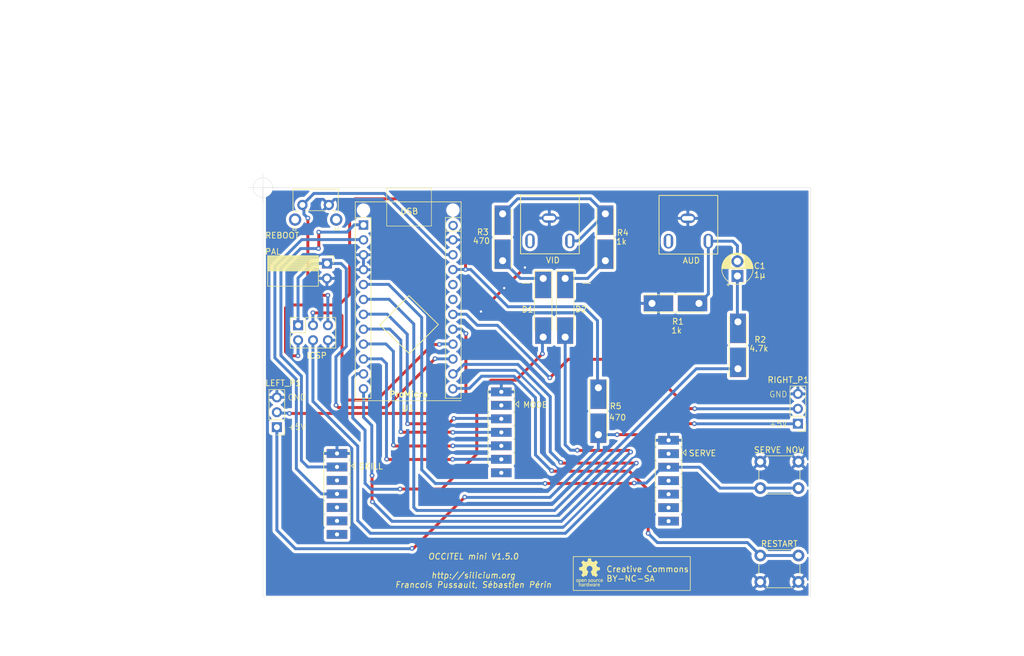
<source format=kicad_pcb>
(kicad_pcb (version 20240108) (generator "pcbnew") (generator_version "8.0")
  (title_block (title "OccitelMini") (date "2023-05-30") (rev "v1.5.0") (company "Silicium") (comment 1 "Construire une console Mini compatible Occitel") (comment 2 "up to 1.5.0 -> feedbacks") (comment 3 "up to 1.4.2 -> preprod") (comment 4 "up to 0.3.2 -> redrawn with better footprints") (comment 5 "up to 0.1 fixeing labels & footprints") (comment 6 "main PCB "))
  (layers (0 "F.Cu" signal) (31 "B.Cu" signal) (34 "B.Paste" user) (35 "F.Paste" user) (36 "B.SilkS" user "B.Silkscreen") (37 "F.SilkS" user "F.Silkscreen") (38 "B.Mask" user) (39 "F.Mask" user) (44 "Edge.Cuts" user))
  (net 0 "")
  (net 1 "Net-(C1-Pad1)")
  (net 3 "VID")
  (net 4 "Vsync")
  (net 5 "PAL")
  (net 6 "ICSP_3")
  (net 7 "ICSP_4")
  (net 8 "reset")
  (net 9 "audio")
  (net 10 "L_player")
  (net 11 "+5V")
  (net 12 "R_player")
  (net 13 "tennis")
  (net 14 "football")
  (net 15 "Squash")
  (net 16 "training")
  (net 17 "amat")
  (net 18 "noob")
  (net 19 "serve")
  (net 20 "restart")
  (net 21 "GND")
  (net 23 "Net-(D1-K)")
  (net 24 "Net-(D2-K)")
  (net 29 "Net-(J2-In)")
  (net 30 "Net-(J3-In)")
  (net 31 "Net-(LEFT_P1-Pin_1)")
  (footprint "Occitel_Footprints:BG_SPDT_5" (layer "F.Cu") (at 183.3677 126.6476 -90)
    (property "Reference" "SERVE")
    (property "Value" "serve_auto_now")
  )
  (footprint "Button_Switch_THT:SW_PUSH_6mm_H13mm" (layer "F.Cu") (at 193.0302 141.9726)
    (property "Reference" "RESTART")
    (property "Value" "System Restart")
  )
  (footprint "Occitel_Footprints:RLC_with_both_THTSMD" (layer "F.Cu") (at 145.1252 87.4926 90)
    (property "Reference" "R3")
    (property "Value" "470")
  )
  (footprint "Occitel_Footprints:Arduino_PROMICRO" (layer "F.Cu") (at 125.4302 75.5026)
    (property "Reference" "U1")
    (property "Value" "ProMicro")
  )
  (footprint "Connector_PinSocket_2.54mm:PinSocket_2x03_P2.54mm_Vertical" (layer "F.Cu") (at 114.2702 102.7126 90)
    (property "Reference" "ICSP")
    (property "Value" "ICSP")
  )
  (footprint "Occitel_Footprints:RLC_with_both_THTSMD" (layer "F.Cu") (at 185.2202 105.9226 90)
    (property "Reference" "R2")
    (property "Value" "4.7k")
  )
  (footprint "Diode_SMD:D_MELF-RM10_Universal_Handsoldering" (layer "F.Cu") (at 156.0302 99.7226 -90)
    (property "Reference" "D1")
    (property "Value" "1n4007")
  )
  (footprint "Occitel_Footprints:CP_Radial_D5.0mm_P2.50mm" (layer "F.Cu") (at 189.1302 94.3026 90)
    (property "Reference" "C1")
    (property "Value" "1µ")
  )
  (footprint "Diode_SMD:D_MELF-RM10_Universal_Handsoldering" (layer "F.Cu") (at 159.7802 99.7226 -90)
    (property "Reference" "D2")
    (property "Value" "1n4007")
  )
  (footprint "Occitel_Footprints:RCA_3_2+1" (layer "F.Cu") (at 179.3802 80.2651)
    (property "Reference" "AUD")
    (property "Value" "RCA_AUDIO")
  )
  (footprint "Connector_PinHeader_2.54mm:PinHeader_1x03_P2.54mm_Vertical" (layer "F.Cu") (at 199.4402 119.4876 180)
    (property "Reference" "RIGHT_P1")
    (property "Value" "pin_R_player")
  )
  (footprint "Occitel_Footprints:RLC_with_both_THTSMD" (layer "F.Cu") (at 162.6252 87.4926 90)
    (property "Reference" "R4")
    (property "Value" "1k")
  )
  (footprint "Button_Switch_THT:SW_PUSH_6mm_H13mm" (layer "F.Cu") (at 193.0302 125.9726)
    (property "Reference" "SERVE NOW")
    (property "Value" "ServeNow")
  )
  (footprint "Occitel_Footprints:PinSocket_1x02_P2.54mm_Horizontal" (layer "F.Cu") (at 119.1802 92.1726)
    (property "Reference" "PAL")
    (property "Value" "Conn_01x02_Socket")
  )
  (footprint "Occitel_Footprints:RCA_3_2+1" (layer "F.Cu") (at 155.7802 80.2226)
    (property "Reference" "VID")
    (property "Value" "RCA_VIDEO")
  )
  (footprint "Connector_PinHeader_2.54mm:PinHeader_1x03_P2.54mm_Vertical" (layer "F.Cu") (at 110.6502 120.0826 180)
    (property "Reference" "LEFT_P1")
    (property "Value" "pin_L_player")
  )
  (footprint "Occitel_Footprints:RLC_with_both_THTSMD" (layer "F.Cu") (at 178.7802 94.9726)
    (property "Reference" "R1")
    (property "Value" "1k")
  )
  (footprint "Occitel_Footprints:BG_SPDT_5" (layer "F.Cu") (at 154.8677 118.3976 -90)
    (property "Reference" "MODE")
    (property "Value" "GameMode")
  )
  (footprint "Occitel_Footprints:RLC_with_both_THTSMD" (layer "F.Cu") (at 169.4352 117.5626 -90)
    (property "Reference" "R5")
    (property "Value" "470")
  )
  (footprint "Occitel_Footprints:BG_SPDT_5" (layer "F.Cu") (at 126.8677 128.8976 -90)
    (property "Reference" "SKILL")
    (property "Value" "Difficulty")
  )
  (footprint "Button_Switch_THT:SW_Tactile_SPST_Angled_PTS645Vx83-2LFS" (layer "F.Cu") (at 115.0052 82.1851)
    (property "Reference" "REBOOT")
    (property "Value" "System REBOOT")
  )
  (gr_line (start 152.419188 95.54434) (end 153.769188 95.54434) (stroke (width 0.12)) (layer "F.SilkS"))
  (gr_poly (pts (xy 164.158032 142.459402) (xy 164.159039 142.459477) (xy 164.160041 142.4596) (xy 164.161037 142.459771) (xy 164.162025 142.459987) (xy 164.163003 142.460248) (xy 164.163971 142.460552) (xy 164.164925 142.460899) (xy 164.165866 142.461286) (xy 164.166792 142.461714) (xy 164.1677 142.462179) (xy 164.168591 142.462682) (xy 164.169461 142.463221) (xy 164.17031 142.463795) (xy 164.171135 142.464403) (xy 164.171937 142.465042) (xy 164.172713 142.465713) (xy 164.173461 142.466414) (xy 164.17418 142.467143) (xy 164.174869 142.4679) (xy 164.175526 142.468683) (xy 164.17615 142.46949) (xy 164.176739 142.470322) (xy 164.177291 142.471175) (xy 164.177806 142.47205) (xy 164.178282 142.472945) (xy 164.178716 142.473859) (xy 164.179109 142.47479) (xy 164.179457 142.475738) (xy 164.17976 142.4767) (xy 164.180017 142.477676) (xy 164.180225 142.478665) (xy 164.263966 142.928536) (xy 164.264177 142.929533) (xy 164.264434 142.930533) (xy 164.265078 142.932537) (xy 164.265886 142.934535) (xy 164.266847 142.936513) (xy 164.267949 142.938459) (xy 164.269182 142.940359) (xy 164.270533 142.942201) (xy 164.271993 142.943971) (xy 164.273548 142.945657) (xy 164.275189 142.947245) (xy 164.276904 142.948722) (xy 164.278681 142.950075) (xy 164.28051 142.951292) (xy 164.282379 142.952358) (xy 164.283324 142.952831) (xy 164.284276 142.953262) (xy 164.285232 142.953648) (xy 164.286191 142.953989) (xy 164.58771 143.077417) (xy 164.589583 143.078242) (xy 164.59157 143.078931) (xy 164.593652 143.079485) (xy 164.595813 143.079905) (xy 164.598035 143.080194) (xy 164.6003 143.080351) (xy 164.602591 143.080379) (xy 164.604891 143.080278) (xy 164.607182 143.08005) (xy 164.609446 143.079695) (xy 164.611666 143.079215) (xy 164.613825 143.078612) (xy 164.615905 143.077885) (xy 164.617889 143.077038) (xy 164.619759 143.07607) (xy 164.621497 143.074983) (xy 164.997338 142.817067) (xy 164.998184 142.816516) (xy 164.999056 142.816007) (xy 164.999951 142.815541) (xy 165.000867 142.815118) (xy 165.001802 142.814737) (xy 165.002755 142.814399) (xy 165.003723 142.814102) (xy 165.004705 142.813848) (xy 165.005699 142.813635) (xy 165.006702 142.813463) (xy 165.00873 142.813244) (xy 165.010774 142.813189) (xy 165.012819 142.813297) (xy 165.01485 142.813566) (xy 165.01685 142.813994) (xy 165.018805 142.814582) (xy 165.019761 142.814934) (xy 165.0207 142.815326) (xy 165.02162 142.815756) (xy 165.022519 142.816226) (xy 165.023395 142.816734) (xy 165.024247 142.81728) (xy 165.025072 142.817864) (xy 165.025868 142.818487) (xy 165.026634 142.819147) (xy 165.027368 142.819845) (xy 165.343889 143.136366) (xy 165.344587 143.1371) (xy 165.345247 143.137866) (xy 165.345869 143.138663) (xy 165.346452 143.139489) (xy 165.346998 143.140341) (xy 165.347504 143.141218) (xy 165.348401 143.143038) (xy 165.349142 143.144935) (xy 165.349726 143.146893) (xy 165.350152 143.148896) (xy 165.350418 143.150928) (xy 165.350523 143.152976) (xy 165.350467 143.155022) (xy 165.350248 143.157053) (xy 165.349864 143.159051) (xy 165.349316 143.161003) (xy 165.348979 143.161957) (xy 165.348601 143.162893) (xy 165.348181 143.163809) (xy 165.347718 143.164704) (xy 165.347214 143.165576) (xy 165.346667 143.166423) (xy 165.093249 143.535781) (xy 165.092159 143.537527) (xy 165.091192 143.5394) (xy 165.090348 143.541383) (xy 165.089629 143.543458) (xy 165.089036 143.545609) (xy 165.08857 143.547819) (xy 165.088232 143.550071) (xy 165.088023 143.552348) (xy 165.087945 143.554632) (xy 165.087998 143.556907) (xy 165.088183 143.559156) (xy 165.088501 143.561361) (xy 165.088954 143.563506) (xy 165.089543 143.565574) (xy 165.090269 143.567548) (xy 165.091132 143.56941) (xy 165.224456 143.880454) (xy 165.225217 143.882364) (xy 165.226154 143.884256) (xy 165.227251 143.88612) (xy 165.228497 143.887944) (xy 165.229878 143.889716) (xy 165.231381 143.891426) (xy 165.232992 143.893062) (xy 165.234699 143.894613) (xy 165.236488 143.896067) (xy 165.238346 143.897413) (xy 165.240259 143.898641) (xy 165.242215 143.899738) (xy 165.244201 143.900694) (xy 165.246202 143.901497) (xy 165.248206 143.902136) (xy 165.2502 143.9026) (xy 165.685148 143.983483) (xy 165.686135 143.983696) (xy 165.687109 143.983956) (xy 165.688069 143.984264) (xy 165.689015 143.984616) (xy 165.689944 143.985011) (xy 165.690856 143.985448) (xy 165.691749 143.985926) (xy 165.692622 143.986443) (xy 165.694305 143.987588) (xy 165.695892 143.988872) (xy 165.697376 143.990282) (xy 165.698745 143.991807) (xy 165.699989 143.993436) (xy 165.7011 143.995156) (xy 165.702066 143.996955) (xy 165.702492 143.997881) (xy 165.702878 143.998823) (xy 165.703223 143.999779) (xy 165.703525 144.000747) (xy 165.703784 144.001727) (xy 165.703999 144.002716) (xy 165.704167 144.003713) (xy 165.704288 144.004717) (xy 165.704361 144.005726) (xy 165.704384 144.006739) (xy 165.704331 144.454388) (xy 165.704305 144.455399) (xy 165.70423 144.456407) (xy 165.704107 144.45741) (xy 165.703936 144.458406) (xy 165.703719 144.459395) (xy 165.703458 144.460375) (xy 165.703153 144.461344) (xy 165.702805 144.4623) (xy 165.702417 144.463243) (xy 165.701989 144.46417) (xy 165.701522 144.465081) (xy 165.701018 144.465973) (xy 165.700479 144.466845) (xy 165.699904 144.467696) (xy 165.699296 144.468524) (xy 165.698655 144.469327) (xy 165.697984 144.470104) (xy 165.697283 144.470854) (xy 165.696553 144.471575) (xy 165.695796 144.472266) (xy 165.695014 144.472924) (xy 165.694206 144.473549) (xy 165.693375 144.474139) (xy 165.692521 144.474692) (xy 165.691647 144.475207) (xy 165.690753 144.475682) (xy 165.68984 144.476117) (xy 165.68891 144.476508) (xy 165.687964 144.476856) (xy 165.687003 144.477158) (xy 165.686029 144.477412) (xy 165.685043 144.477618) (xy 165.260783 144.55657) (xy 165.259784 144.556775) (xy 165.258784 144.557026) (xy 165.257782 144.557322) (xy 165.256782 144.557661) (xy 165.25479 144.558464) (xy 165.252822 144.559423) (xy 165.25089 144.560526) (xy 165.249006 144.561762) (xy 165.247183 144.56312) (xy 165.245434 144.564587) (xy 165.243771 144.566152) (xy 165.242208 144.567804) (xy 165.240757 144.56953) (xy 165.23943 144.571319) (xy 165.23824 144.57316) (xy 165.2372 144.57504) (xy 165.236323 144.576949) (xy 165.235949 144.57791) (xy 165.235621 144.578874) (xy 165.103171 144.909736) (xy 165.102352 144.911618) (xy 165.101668 144.913611) (xy 165.10112 144.915698) (xy 165.100706 144.917861) (xy 165.100423 144.920084) (xy 165.100272 144.922349) (xy 165.10025 144.924639) (xy 165.100356 144.926937) (xy 165.100589 144.929225) (xy 165.100948 144.931486) (xy 165.101431 144.933703) (xy 165.102036 144.935859) (xy 165.102763 144.937936) (xy 165.10361 144.939917) (xy 165.104575 144.941785) (xy 165.105658 144.943523) (xy 165.346667 145.294705) (xy 165.347218 145.295551) (xy 165.347727 145.296424) (xy 165.348192 145.297319) (xy 165.348616 145.298236) (xy 165.348996 145.299173) (xy 165.349335 145.300127) (xy 165.349632 145.301097) (xy 165.349886 145.30208) (xy 165.350099 145.303076) (xy 165.350271 145.304081) (xy 165.35049 145.306114) (xy 165.350545 145.308163) (xy 165.350437 145.310213) (xy 165.350168 145.312248) (xy 165.349739 145.314253) (xy 165.349152 145.316213) (xy 165.3488 145.317171) (xy 165.348408 145.318112) (xy 165.347977 145.319033) (xy 165.347508 145.319934) (xy 165.347 145.320812) (xy 165.346454 145.321664) (xy 165.34587 145.32249) (xy 165.345247 145.323288) (xy 165.344587 145.324054) (xy 165.343889 145.324788) (xy 165.027315 145.641309) (xy 165.026586 145.642002) (xy 165.025824 145.642658) (xy 165.025031 145.643276) (xy 165.024209 145.643857) (xy 165.02336 145.6444) (xy 165.022485 145.644904) (xy 165.020669 145.645798) (xy 165.018775 145.646538) (xy 165.01682 145.647122) (xy 165.014818 145.647549) (xy 165.012786 145.647818) (xy 165.010738 145.647926) (xy 165.008691 145.647873) (xy 165.006659 145.647657) (xy 165.004659 145.647277) (xy 165.002706 145.646731) (xy 165.001752 145.646396) (xy 165.000816 145.646019) (xy 164.999899 145.645599) (xy 164.999003 145.645138) (xy 164.998131 145.644634) (xy 164.997285 145.644087) (xy 164.652294 145.407311) (xy 164.65056 145.406232) (xy 164.648703 145.405285) (xy 164.646739 145.404472) (xy 164.644686 145.403792) (xy 164.64256 145.403247) (xy 164.640379 145.402835) (xy 164.638159 145.402559) (xy 164.635917 145.402417) (xy 164.63367 145.40241) (xy 164.631435 145.402539) (xy 164.629228 145.402803) (xy 164.627068 145.403204) (xy 164.62497 145.403741) (xy 164.622952 145.404415) (xy 164.62103 145.405226) (xy 164.619221 145.406174) (xy 164.467086 145.487401) (xy 164.466176 145.487833) (xy 164.465259 145.488214) (xy 164.464336 145.488542) (xy 164.463408 145.48882) (xy 164.462478 145.489046) (xy 164.461546 145.489223) (xy 164.460615 145.489351) (xy 164.459685 145.48943) (xy 164.45876 145.48946) (xy 164.457839 145.489443) (xy 164.456925 145.489379) (xy 164.456019 145.489269) (xy 164.455123 145.489112) (xy 164.454239 145.48891) (xy 164.453367 145.488664) (xy 164.452511 145.488373) (xy 164.45167 145.488039) (xy 164.450847 145.487662) (xy 164.450044 145.487242) (xy 164.449261 145.486781) (xy 164.448502 145.486278) (xy 164.447766 145.485735) (xy 164.447056 145.485151) (xy 164.446373 145.484528) (xy 164.445719 145.483867) (xy 164.445095 145.483167) (xy 164.444504 145.482429) (xy 164.443946 145.481654) (xy 164.443424 145.480842) (xy 164.442938 145.479994) (xy 164.44249 145.479111) (xy 164.442083 145.478193) (xy 164.128419 144.720215) (xy 164.128056 144.719272) (xy 164.127742 144.718315) (xy 164.127475 144.717345) (xy 164.127254 144.716365) (xy 164.12708 144.715375) (xy 164.126952 144.714379) (xy 164.126868 144.713377) (xy 164.126829 144.712372) (xy 164.126834 144.711365) (xy 164.126882 144.710358) (xy 164.126972 144.709353) (xy 164.127105 144.708352) (xy 164.127279 144.707356) (xy 164.127493 144.706367) (xy 164.127748 144.705388) (xy 164.128042 144.704419) (xy 164.128375 144.703464) (xy 164.128747 144.702522) (xy 164.129156 144.701597) (xy 164.129602 144.700691) (xy 164.130085 144.699804) (xy 164.130603 144.698938) (xy 164.131157 144.698097) (xy 164.131745 144.697281) (xy 164.132368 144.696491) (xy 164.133024 144.695731) (xy 164.133712 144.695002) (xy 164.134433 144.694305) (xy 164.135186 144.693642) (xy 164.135969 144.693015) (xy 164.136783 144.692427) (xy 164.137627 144.691878) (xy 164.1757 144.668568) (xy 164.178441 144.666823) (xy 164.181366 144.664831) (xy 164.184422 144.662636) (xy 164.187554 144.66028) (xy 164.190704 144.657808) (xy 164.19382 144.655263) (xy 164.196845 144.652688) (xy 164.199724 144.650127) (xy 164.224928 144.632875) (xy 164.248982 144.614144) (xy 164.27182 144.593999) (xy 164.293376 144.572505) (xy 164.313585 144.549727) (xy 164.332381 144.525731) (xy 164.349699 144.500581) (xy 164.365473 144.474344) (xy 164.379636 144.447085) (xy 164.392125 144.418868) (xy 164.402872 144.389759) (xy 164.411812 144.359823) (xy 164.41888 144.329126) (xy 164.42401 144.297732) (xy 164.427136 144.265707) (xy 164.428192 144.233117) (xy 164.427548 144.207641) (xy 164.425636 144.182499) (xy 164.422488 144.157723) (xy 164.418135 144.133343) (xy 164.412607 144.109392) (xy 164.405936 144.085899) (xy 164.398153 144.062896) (xy 164.389289 144.040415) (xy 164.379375 144.018485) (xy 164.368443 143.997139) (xy 164.356523 143.976407) (xy 164.343646 143.956321) (xy 164.329844 143.936912) (xy 164.315148 143.91821) (xy 164.299589 143.900247) (xy 164.283197 143.883054) (xy 164.266005 143.866662) (xy 164.248043 143.851102) (xy 164.229342 143.836405) (xy 164.209933 143.822603) (xy 164.189848 143.809726) (xy 164.169117 143.797806) (xy 164.147772 143.786873) (xy 164.125844 143.776959) (xy 164.103364 143.768095) (xy 164.080363 143.760312) (xy 164.056872 143.753641) (xy 164.032922 143.748113) (xy 164.008544 143.743759) (xy 163.98377 143.740611) (xy 163.958631 143.738699) (xy 163.933157 143.738055) (xy 163.907683 143.738699) (xy 163.882543 143.740611) (xy 163.857769 143.743759) (xy 163.833391 143.748113) (xy 163.80944 143.753641) (xy 163.785948 143.760312) (xy 163.762946 143.768095) (xy 163.740465 143.776959) (xy 163.718536 143.786873) (xy 163.69719 143.797806) (xy 163.676459 143.809726) (xy 163.656372 143.822603) (xy 163.636962 143.836405) (xy 163.61826 143.851102) (xy 163.600297 143.866662) (xy 163.583103 143.883054) (xy 163.56671 143.900247) (xy 163.55115 143.91821) (xy 163.536452 143.936912) (xy 163.522649 143.956321) (xy 163.509772 143.976407) (xy 163.497851 143.997139) (xy 163.486917 144.018485) (xy 163.477002 144.040415) (xy 163.468138 144.062896) (xy 163.460354 144.085899) (xy 163.453682 144.109392) (xy 163.448154 144.133343) (xy 163.4438 144.157723) (xy 163.440651 144.182499) (xy 163.438739 144.207641) (xy 163.438095 144.233117) (xy 163.438361 144.249479) (xy 163.439152 144.265707) (xy 163.440461 144.281795) (xy 163.442279 144.297732) (xy 163.444598 144.313512) (xy 163.44741 144.329126) (xy 163.450706 144.344565) (xy 163.454479 144.359823) (xy 163.45872 144.37489) (xy 163.463421 144.389759) (xy 163.468573 144.404421) (xy 163.474169 144.418868) (xy 163.480201 144.433092) (xy 163.486659 144.447085) (xy 163.500824 144.474344) (xy 163.516599 144.500582) (xy 163.533917 144.525731) (xy 163.552714 144.549727) (xy 163.572922 144.572505) (xy 163.594477 144.593999) (xy 163.617313 144.614144) (xy 163.641363 144.632875) (xy 163.666563 144.650127) (xy 163.669458 144.652688) (xy 163.672494 144.655263) (xy 163.675616 144.657808) (xy 163.67877 144.66028) (xy 163.681903 144.662636) (xy 163.684962 144.664831) (xy 163.687892 144.666823) (xy 163.69064 144.668568) (xy 163.728713 144.691878) (xy 163.729562 144.692427) (xy 163.73038 144.693015) (xy 163.731167 144.693642) (xy 163.731923 144.694305) (xy 163.732647 144.695002) (xy 163.733338 144.695731) (xy 163.734621 144.697281) (xy 163.735766 144.698938) (xy 163.736768 144.700691) (xy 163.737624 144.702522) (xy 163.738328 144.704419) (xy 163.738875 144.706367) (xy 163.739261 144.708352) (xy 163.739481 144.710358) (xy 163.73953 144.712372) (xy 163.739403 144.714379) (xy 163.739272 144.715375) (xy 163.739096 144.716365) (xy 163.738873 144.717345) (xy 163.738603 144.718315) (xy 163.738286 144.719272) (xy 163.737921 144.720215) (xy 163.424231 145.478167) (xy 163.423824 145.479085) (xy 163.423376 145.479968) (xy 163.42289 145.480816) (xy 163.422367 145.481628) (xy 163.421808 145.482404) (xy 163.421216 145.483143) (xy 163.420592 145.483843) (xy 163.419937 145.484506) (xy 163.419254 145.48513) (xy 163.418543 145.485714) (xy 163.417806 145.486258) (xy 163.417046 145.486761) (xy 163.416262 145.487224) (xy 163.415458 145.487644) (xy 163.414635 145.488022) (xy 163.413793 145.488357) (xy 163.412936 145.488648) (xy 163.412064 145.488895) (xy 163.411179 145.489097) (xy 163.410283 145.489254) (xy 163.409377 145.489365) (xy 163.408463 145.489429) (xy 163.407543 145.489446) (xy 163.406617 145.489415) (xy 163.405688 145.489335) (xy 163.404758 145.489207) (xy 163.403827 145.489029) (xy 163.402898 145.488801) (xy 163.401972 145.488522) (xy 163.401051 145.488192) (xy 163.400135 145.487809) (xy 163.399228 145.487375) (xy 163.247093 145.406147) (xy 163.245288 145.4052) (xy 163.24337 145.40439) (xy 163.241354 145.403717) (xy 163.239257 145.403181) (xy 163.237097 145.402782) (xy 163.234891 145.402519) (xy 163.232655 145.402392) (xy 163.230407 145.4024) (xy 163.228164 145.402543) (xy 163.225942 145.402821) (xy 163.223759 145.403232) (xy 163.221632 145.403777) (xy 163.219577 145.404456) (xy 163.217612 145.405267) (xy 163.215754 145.40621) (xy 163.21402 145.407285) (xy 162.869056 145.644061) (xy 162.868207 145.644607) (xy 162.867333 145.645111) (xy 162.866435 145.645573) (xy 162.865517 145.645992) (xy 162.864579 145.64637) (xy 162.863624 145.646705) (xy 162.862654 145.646999) (xy 162.861669 145.647251) (xy 162.860674 145.647461) (xy 162.859669 145.647631) (xy 162.857637 145.647846) (xy 162.855589 145.6479) (xy 162.853541 145.647791) (xy 162.851509 145.647523) (xy 162.849507 145.647096) (xy 162.847551 145.646512) (xy 162.846595 145.646162) (xy 162.845656 145.645772) (xy 162.844737 145.645344) (xy 162.843839 145.644878) (xy 162.842963 145.644373) (xy 162.842113 145.643831) (xy 162.841289 145.64325) (xy 162.840495 145.642632) (xy 162.839731 145.641976) (xy 162.838999 145.641283) (xy 162.522425 145.324761) (xy 162.52173 145.324028) (xy 162.521071 145.323261) (xy 162.520451 145.322464) (xy 162.519869 145.321638) (xy 162.519324 145.320785) (xy 162.518818 145.319908) (xy 162.517921 145.318085) (xy 162.517179 145.316187) (xy 162.516593 145.314227) (xy 162.516165 145.312222) (xy 162.515897 145.310186) (xy 162.515789 145.308136) (xy 162.515843 145.306087) (xy 162.51606 145.304055) (xy 162.516442 145.302054) (xy 162.516991 145.300101) (xy 162.517328 145.299146) (xy 162.517707 145.29821) (xy 162.518128 145.297293) (xy 162.518592 145.296397) (xy 162.519098 145.295525) (xy 162.519647 145.294678) (xy 162.76063 144.943497) (xy 162.761721 144.941759) (xy 162.762694 144.939891) (xy 162.763547 144.93791) (xy 162.764278 144.935833) (xy 162.764887 144.933677) (xy 162.765371 144.93146) (xy 162.765731 144.929199) (xy 162.765964 144.926911) (xy 162.76607 144.924613) (xy 162.766048 144.922323) (xy 162.765895 144.920058) (xy 162.765612 144.917835) (xy 162.765196 144.915672) (xy 162.764647 144.913585) (xy 162.763963 144.911592) (xy 162.763143 144.90971) (xy 162.630693 144.578848) (xy 162.630367 144.577884) (xy 162.629994 144.576923) (xy 162.629119 144.575014) (xy 162.628079 144.573133) (xy 162.626887 144.571293) (xy 162.625557 144.569503) (xy 162.624102 144.567777) (xy 162.622534 144.566126) (xy 162.620867 144.564561) (xy 162.619113 144.563094) (xy 162.617286 144.561736) (xy 162.615398 144.5605) (xy 162.613462 144.559396) (xy 162.611492 144.558437) (xy 162.6095 144.557635) (xy 162.6075 144.557) (xy 162.606501 144.556749) (xy 162.605504 144.556544) (xy 162.181245 144.477592) (xy 162.180256 144.477386) (xy 162.17928 144.477132) (xy 162.178318 144.47683) (xy 162.17737 144.476482) (xy 162.176439 144.47609) (xy 162.175525 144.475656) (xy 162.17463 144.475181) (xy 162.173755 144.474666) (xy 162.172901 144.474112) (xy 162.17207 144.473523) (xy 162.17048 144.472239) (xy 162.168994 144.470828) (xy 162.167622 144.469301) (xy 162.166375 144.467669) (xy 162.165262 144.465947) (xy 162.164294 144.464144) (xy 162.163479 144.462274) (xy 162.163132 144.461317) (xy 162.162828 144.460349) (xy 162.162567 144.459369) (xy 162.162351 144.45838) (xy 162.16218 144.457383) (xy 162.162057 144.45638) (xy 162.161982 144.455373) (xy 162.161957 144.454362) (xy 162.16193 144.006713) (xy 162.161956 144.005702) (xy 162.16203 144.004695) (xy 162.162153 144.003693) (xy 162.162323 144.002698) (xy 162.162539 144.001711) (xy 162.162799 144.000733) (xy 162.163103 143.999766) (xy 162.163449 143.998812) (xy 162.163835 143.997872) (xy 162.164262 143.996947) (xy 162.164727 143.996039) (xy 162.165229 143.995149) (xy 162.165767 143.994279) (xy 162.16634 143.993431) (xy 162.166947 143.992605) (xy 162.167586 143.991804) (xy 162.168256 143.991028) (xy 162.168956 143.99028) (xy 162.169685 143.98956) (xy 162.170442 143.98887) (xy 162.171224 143.988212) (xy 162.172032 143.987587) (xy 162.172864 143.986997) (xy 162.173718 143.986443) (xy 162.174593 143.985926) (xy 162.175489 143.985448) (xy 162.176404 143.985011) (xy 162.177336 143.984615) (xy 162.178285 143.984264) (xy 162.179249 143.983956) (xy 162.180227 143.983696) (xy 162.181219 143.983483) (xy 162.616141 143.9026) (xy 162.61714 143.90239) (xy 162.618144 143.902136) (xy 162.620155 143.901497) (xy 162.622162 143.900694) (xy 162.624152 143.899738) (xy 162.626111 143.898641) (xy 162.628026 143.897413) (xy 162.629884 143.896067) (xy 162.631672 143.894613) (xy 162.633377 143.893062) (xy 162.634986 143.891426) (xy 162.636485 143.889716) (xy 162.637862 143.887944) (xy 162.639104 143.88612) (xy 162.640197 143.884256) (xy 162.641128 143.882364) (xy 162.641529 143.88141) (xy 162.641885 143.880454) (xy 162.775235 143.56941) (xy 162.776093 143.567548) (xy 162.776815 143.565574) (xy 162.777401 143.563506) (xy 162.777851 143.561361) (xy 162.778168 143.559156) (xy 162.778352 143.556907) (xy 162.778405 143.554632) (xy 162.778327 143.552348) (xy 162.77812 143.550071) (xy 162.777785 143.547819) (xy 162.777322 143.545609) (xy 162.776734 143.543458) (xy 162.776021 143.541383) (xy 162.775184 143.5394) (xy 162.774225 143.537527) (xy 162.773144 143.535781) (xy 162.5197 143.166423) (xy 162.519149 143.165576) (xy 162.51864 143.164704) (xy 162.518175 143.163809) (xy 162.517752 143.162893) (xy 162.517372 143.161957) (xy 162.517034 143.161003) (xy 162.516738 143.160034) (xy 162.516484 143.159051) (xy 162.516272 143.158057) (xy 162.516101 143.157053) (xy 162.515884 143.155022) (xy 162.515831 143.152976) (xy 162.51594 143.150928) (xy 162.51621 143.148896) (xy 162.516639 143.146893) (xy 162.517226 143.144935) (xy 162.517579 143.143978) (xy 162.51797 143.143038) (xy 162.5184 143.142118) (xy 162.518868 143.141218) (xy 162.519375 143.140341) (xy 162.51992 143.139489) (xy 162.520503 143.138663) (xy 162.521124 143.137866) (xy 162.521782 143.1371) (xy 162.522478 143.136366) (xy 162.839026 142.819845) (xy 162.839757 142.819147) (xy 162.840521 142.818487) (xy 162.841316 142.817864) (xy 162.842139 142.81728) (xy 162.84299 142.816734) (xy 162.843865 142.816226) (xy 162.845683 142.815326) (xy 162.847578 142.814582) (xy 162.849534 142.813995) (xy 162.851536 142.813566) (xy 162.853568 142.813297) (xy 162.855616 142.813189) (xy 162.857663 142.813244) (xy 162.859695 142.813463) (xy 162.861696 142.813848) (xy 162.863651 142.814399) (xy 162.864606 142.814737) (xy 162.865544 142.815118) (xy 162.866462 142.815541) (xy 162.867359 142.816007) (xy 162.868234 142.816516) (xy 162.869083 142.817067) (xy 163.244897 143.074983) (xy 163.24663 143.07607) (xy 163.248496 143.077038) (xy 163.250476 143.077885) (xy 163.252553 143.078612) (xy 163.25471 143.079215) (xy 163.256929 143.079695) (xy 163.259192 143.08005) (xy 163.261483 143.080278) (xy 163.263783 143.080379) (xy 163.266075 143.080351) (xy 163.268342 143.080194) (xy 163.270566 143.079906) (xy 163.272729 143.079485) (xy 163.274815 143.078931) (xy 163.276806 143.078242) (xy 163.278684 143.077417) (xy 163.58023 142.953989) (xy 163.582149 142.953262) (xy 163.584049 142.952358) (xy 163.58592 142.951292) (xy 163.58775 142.950075) (xy 163.589528 142.948722) (xy 163.591243 142.947245) (xy 163.592883 142.945657) (xy 163.594438 142.943971) (xy 163.595895 142.942201) (xy 163.597245 142.940359) (xy 163.598476 142.938459) (xy 163.599577 142.936513) (xy 163.600536 142.934535) (xy 163.601343 142.932537) (xy 163.601986 142.930533) (xy 163.602454 142.928536) (xy 163.686169 142.478665) (xy 163.686377 142.477676) (xy 163.686633 142.4767) (xy 163.686937 142.475738) (xy 163.687285 142.47479) (xy 163.687677 142.473859) (xy 163.688112 142.472945) (xy 163.688587 142.47205) (xy 163.689102 142.471175) (xy 163.689654 142.470322) (xy 163.690243 142.46949) (xy 163.691523 142.4679) (xy 163.692931 142.466414) (xy 163.694453 142.465042) (xy 163.696079 142.463795) (xy 163.697797 142.462682) (xy 163.699593 142.461714) (xy 163.700517 142.461286) (xy 163.701457 142.460899) (xy 163.70241 142.460552) (xy 163.703376 142.460248) (xy 163.704353 142.459987) (xy 163.705339 142.459771) (xy 163.706333 142.4596) (xy 163.707333 142.459477) (xy 163.708338 142.459402) (xy 163.709346 142.459377) (xy 164.157021 142.459377)) (fill solid) (layer "F.SilkS"))
  (gr_poly (pts (xy 165.510052 146.762046) (xy 165.519749 146.762722) (xy 165.529336 146.763842) (xy 165.538798 146.7654) (xy 165.548122 146.76739) (xy 165.557292 146.769804) (xy 165.566296 146.772639) (xy 165.575119 146.775887) (xy 165.583747 146.779543) (xy 165.592166 146.7836) (xy 165.600362 146.788053) (xy 165.608321 146.792896) (xy 165.616028 146.798122) (xy 165.623471 146.803726) (xy 165.630634 146.809701) (xy 165.637504 146.816042) (xy 165.644066 146.822743) (xy 165.650307 146.829797) (xy 165.656212 146.837199) (xy 165.661768 146.844942) (xy 165.66696 146.853021) (xy 165.671774 146.861429) (xy 165.676197 146.870161) (xy 165.680213 146.879211) (xy 165.68381 146.888572) (xy 165.686973 146.898239) (xy 165.689688 146.908205) (xy 165.69194 146.918465) (xy 165.693717 146.929013) (xy 165.695003 146.939842) (xy 165.695786 146.950946) (xy 165.696049 146.96232) (xy 165.696049 147.041087) (xy 165.400007 147.041087) (xy 165.400146 147.048262) (xy 165.400559 147.055212) (xy 165.401242 147.061937) (xy 165.402187 147.068437) (xy 165.403391 147.074711) (xy 165.404847 147.08076) (xy 165.40655 147.086582) (xy 165.408495 147.092179) (xy 165.410675 147.097549) (xy 165.413086 147.102693) (xy 165.415722 147.10761) (xy 165.418578 147.1123) (xy 165.421648 147.116764) (xy 165.424927 147.121) (xy 165.428409 147.125009) (xy 165.432088 147.12879) (xy 165.43596 147.132343) (xy 165.440018 147.135669) (xy 165.444258 147.138766) (xy 165.448674 147.141635) (xy 165.45326 147.144276) (xy 165.45801 147.146688) (xy 165.46292 147.148871) (xy 165.467985 147.150826) (xy 165.473197 147.152551) (xy 165.478553 147.154046) (xy 165.484046 147.155312) (xy 165.48967 147.156348) (xy 165.495422 147.157155) (xy 165.501295 147.157731) (xy 165.507283 147.158076) (xy 165.513381 147.158192) (xy 165.520253 147.157996) (xy 165.527171 147.157412) (xy 165.534115 147.156447) (xy 165.541066 147.155108) (xy 165.548 147.153401) (xy 165.554899 147.151333) (xy 165.561742 147.14891) (xy 165.568507 147.14614) (xy 165.575174 147.143029) (xy 165.581723 147.139583) (xy 165.588132 147.13581) (xy 165.594381 147.131715) (xy 165.600449 147.127306) (xy 165.606316 147.12259) (xy 165.61196 147.117572) (xy 165.617362 147.11226) (xy 165.686709 147.171315) (xy 165.677762 147.181134) (xy 165.668502 147.19022) (xy 165.658947 147.198586) (xy 165.649112 147.206248) (xy 165.639014 147.213217) (xy 165.628669 147.219508) (xy 165.618094 147.225136) (xy 165.607305 147.230112) (xy 165.596318 147.234452) (xy 165.585151 147.238169) (xy 165.573818 147.241276) (xy 165.562338 147.243787) (xy 165.550725 147.245717) (xy 165.538997 147.247078) (xy 165.52717 147.247885) (xy 165.51526 147.24815) (xy 165.496829 147.247576) (xy 165.478215 147.245755) (xy 165.459607 147.242539) (xy 165.441194 147.237779) (xy 165.423166 147.231328) (xy 165.414355 147.227422) (xy 165.405712 147.223037) (xy 165.39726 147.218155) (xy 165.389022 147.212758) (xy 165.381022 147.206827) (xy 165.373284 147.200343) (xy 165.365832 147.193289) (xy 165.358689 147.185644) (xy 165.351879 147.177392) (xy 165.345426 147.168513) (xy 165.339353 147.158989) (xy 165.333683 147.148801) (xy 165.328442 147.137931) (xy 165.323651 147.12636) (xy 165.319336 147.11407) (xy 165.315519 147.101043) (xy 165.312224 147.087259) (xy 165.309475 147.0727) (xy 165.307296 147.057348) (xy 165.305711 147.041184) (xy 165.304742 147.02419) (xy 165.304413 147.006347) (xy 165.304715 146.989407) (xy 165.305604 146.973184) (xy 165.306621 146.962347) (xy 165.400007 146.962347) (xy 165.600508 146.962347) (xy 165.600136 146.955681) (xy 165.599542 146.949214) (xy 165.598732 146.942947) (xy 165.597709 146.936879) (xy 165.596478 146.931013) (xy 165.595043 146.925348) (xy 165.593409 146.919886) (xy 165.591579 146.914627) (xy 165.589558 146.909573) (xy 165.58735 146.904724) (xy 165.58496 146.900082) (xy 165.582392 146.895646) (xy 165.579651 146.891419) (xy 165.576739 146.8874) (xy 165.573663 146.883591) (xy 165.570425 146.879992) (xy 165.567031 146.876605) (xy 165.563485 146.87343) (xy 165.559791 146.870468) (xy 165.555953 146.86772) (xy 165.551976 146.865187) (xy 165.547863 146.862869) (xy 165.54362 146.860769) (xy 165.539251 146.858885) (xy 165.534759 146.85722) (xy 165.530149 146.855774) (xy 165.525426 146.854549) (xy 165.520594 146.853544) (xy 165.515657 146.852761) (xy 165.510619 146.8522) (xy 165.505484 146.851864) (xy 165.500258 146.851751) (xy 165.495029 146.851864) (xy 165.489887 146.8522) (xy 165.484837 146.852761) (xy 165.479884 146.853544) (xy 165.475032 146.854549) (xy 165.470287 146.855774) (xy 165.465653 146.85722) (xy 165.461135 146.858885) (xy 165.456737 146.860769) (xy 165.452466 146.862869) (xy 165.448324 146.865187) (xy 165.444318 146.86772) (xy 165.440452 146.870468) (xy 165.436731 146.87343) (xy 165.43316 146.876605) (xy 165.429743 146.879992) (xy 165.426485 146.883591) (xy 165.423392 146.8874) (xy 165.420467 146.891419) (xy 165.417716 146.895646) (xy 165.415144 146.900082) (xy 165.412755 146.904724) (xy 165.410554 146.909573) (xy 165.408546 146.914627) (xy 165.406736 146.919886) (xy 165.405129 146.925348) (xy 165.403728 146.931012) (xy 165.402541 146.936879) (xy 165.40157 146.942947) (xy 165.400821 146.949214) (xy 165.400298 146.955681) (xy 165.400007 146.962347) (xy 165.306621 146.962347) (xy 165.30706 146.957669) (xy 165.309062 146.942848) (xy 165.311588 146.928709) (xy 165.314617 146.915242) (xy 165.318128 146.902434) (xy 165.3221 146.890273) (xy 165.32651 146.878748) (xy 165.331339 146.867846) (xy 165.336564 146.857556) (xy 165.342165 146.847866) (xy 165.34812 146.838764) (xy 165.354408 146.830238) (xy 165.361007 146.822277) (xy 165.367897 146.814868) (xy 165.375056 146.808) (xy 165.382462 146.801661) (xy 165.390095 146.795839) (xy 165.397934 146.790523) (xy 165.405956 146.785699) (xy 165.414141 146.781357) (xy 165.422467 146.777485) (xy 165.430914 146.774071) (xy 165.439459 146.771103) (xy 165.448082 146.768569) (xy 165.456761 146.766457) (xy 165.465475 146.764756) (xy 165.482924 146.762538) (xy 165.500258 146.761819)) (fill solid) (layer "F.SilkS"))
  (gr_poly (pts (xy 163.273136 146.011602) (xy 163.280147 146.012103) (xy 163.294228 146.014101) (xy 163.308273 146.017419) (xy 163.322143 146.022049) (xy 163.32897 146.024852) (xy 163.3357 146.027979) (xy 163.342318 146.031429) (xy 163.348806 146.035202) (xy 163.355146 146.039294) (xy 163.361321 146.043706) (xy 163.367314 146.048436) (xy 163.373107 146.053483) (xy 163.378683 146.058846) (xy 163.384025 146.064524) (xy 163.389116 146.070515) (xy 163.393938 146.076818) (xy 163.398473 146.083432) (xy 163.402706 146.090356) (xy 163.406617 146.097589) (xy 163.41019 146.105129) (xy 163.413408 146.112976) (xy 163.416252 146.121127) (xy 163.418707 146.129582) (xy 163.420754 146.138341) (xy 163.422377 146.1474) (xy 163.423557 146.15676) (xy 163.424278 146.166419) (xy 163.424522 146.176376) (xy 163.424522 146.49213) (xy 163.328955 146.49213) (xy 163.328955 146.209211) (xy 163.328837 146.203226) (xy 163.328489 146.197403) (xy 163.327914 146.191743) (xy 163.327119 146.186248) (xy 163.326107 146.180921) (xy 163.324884 146.175762) (xy 163.323454 146.170773) (xy 163.321824 146.165958) (xy 163.319997 146.161317) (xy 163.317978 146.156852) (xy 163.315774 146.152566) (xy 163.313388 146.14846) (xy 163.310825 146.144536) (xy 163.308091 146.140796) (xy 163.305191 146.137241) (xy 163.302129 146.133874) (xy 163.298911 146.130697) (xy 163.295541 146.127711) (xy 163.292025 146.124919) (xy 163.288367 146.122321) (xy 163.284572 146.119921) (xy 163.280646 146.117719) (xy 163.276593 146.115718) (xy 163.272419 146.11392) (xy 163.268127 146.112327) (xy 163.263724 146.110939) (xy 163.259215 146.10976) (xy 163.254603 146.108792) (xy 163.249895 146.108035) (xy 163.245095 146.107492) (xy 163.240208 146.107165) (xy 163.235239 146.107055) (xy 163.230186 146.107165) (xy 163.22522 146.107492) (xy 163.220347 146.108035) (xy 163.215569 146.108792) (xy 163.210894 146.10976) (xy 163.206325 146.110939) (xy 163.201867 146.112326) (xy 163.197524 146.11392) (xy 163.193303 146.115718) (xy 163.189207 146.117719) (xy 163.185242 146.11992) (xy 163.181412 146.122321) (xy 163.177722 146.124918) (xy 163.174176 146.127711) (xy 163.17078 146.130697) (xy 163.167539 146.133874) (xy 163.164457 146.137241) (xy 163.161539 146.140795) (xy 163.158789 146.144536) (xy 163.156213 146.14846) (xy 163.153816 146.152566) (xy 163.151602 146.156852) (xy 163.149576 146.161317) (xy 163.147743 146.165958) (xy 163.146108 146.170773) (xy 163.144675 146.175761) (xy 163.143449 146.18092) (xy 163.142435 146.186248) (xy 163.141639 146.191743) (xy 163.141063 146.197403) (xy 163.140715 146.203226) (xy 163.140598 146.209211) (xy 163.140598 146.49213) (xy 163.04503 146.49213) (xy 163.04503 146.01707) (xy 163.140598 146.01707) (xy 163.140598 146.067659) (xy 163.142503 146.067659) (xy 163.148271 146.060853) (xy 163.154341 146.054486) (xy 163.160702 146.048558) (xy 163.167347 146.043068) (xy 163.174267 146.038017) (xy 163.181455 146.033405) (xy 163.188901 146.029232) (xy 163.196597 146.025497) (xy 163.204535 146.022202) (xy 163.212706 146.019346) (xy 163.221103 146.016929) (xy 163.229716 146.014951) (xy 163.238538 146.013413) (xy 163.247559 146.012314) (xy 163.256772 146.011654) (xy 163.266169 146.011435)) (fill solid) (layer "F.SilkS"))
  (gr_poly (pts (xy 164.345724 146.011527) (xy 164.352406 146.0118) (xy 164.358916 146.012247) (xy 164.365257 146.012861) (xy 164.371431 146.013637) (xy 164.37744 146.014568) (xy 164.383286 146.015648) (xy 164.388973 146.01687) (xy 164.394501 146.018228) (xy 164.399874 146.019716) (xy 164.405093 146.021327) (xy 164.41016 146.023054) (xy 164.415079 146.024893) (xy 164.419851 146.026835) (xy 164.424478 146.028875) (xy 164.428963 146.031007) (xy 164.437515 146.03552) (xy 164.445525 146.040322) (xy 164.45301 146.045362) (xy 164.459989 146.050591) (xy 164.46648 146.055957) (xy 164.4725 146.061409) (xy 164.478067 146.066896) (xy 164.4832 146.072368) (xy 164.489799 146.079928) (xy 164.495904 146.087559) (xy 164.501522 146.095354) (xy 164.506663 146.103408) (xy 164.511338 146.111812) (xy 164.515556 146.120662) (xy 164.519326 146.130049) (xy 164.522659 146.140068) (xy 164.525563 146.150812) (xy 164.528049 146.162374) (xy 164.530125 146.174848) (xy 164.531803 146.188327) (xy 164.533091 146.202905) (xy 164.533999 146.218675) (xy 164.534537 146.23573) (xy 164.534714 146.254163) (xy 164.534537 146.272751) (xy 164.533999 146.289943) (xy 164.533091 146.305831) (xy 164.531803 146.320512) (xy 164.530125 146.33408) (xy 164.528049 146.346629) (xy 164.525563 146.358254) (xy 164.522659 146.369049) (xy 164.519326 146.379109) (xy 164.515556 146.388528) (xy 164.511338 146.397402) (xy 164.506663 146.405823) (xy 164.501522 146.413888) (xy 164.495904 146.42169) (xy 164.489799 146.429324) (xy 164.4832 146.436885) (xy 164.478067 146.442356) (xy 164.4725 146.447841) (xy 164.46648 146.453291) (xy 164.459989 146.458653) (xy 164.45301 146.463878) (xy 164.445525 146.468914) (xy 164.437515 146.473711) (xy 164.428963 146.478219) (xy 164.419851 146.482386) (xy 164.41016 146.486162) (xy 164.399873 146.489496) (xy 164.388973 146.492338) (xy 164.37744 146.494636) (xy 164.365257 146.496341) (xy 164.352406 146.497401) (xy 164.338869 146.497765) (xy 164.332019 146.497673) (xy 164.325342 146.497401) (xy 164.318836 146.496954) (xy 164.312499 146.496341) (xy 164.306329 146.495566) (xy 164.300323 146.494636) (xy 164.29448 146.493558) (xy 164.288796 146.492338) (xy 164.283271 146.490982) (xy 164.277901 146.489496) (xy 164.272684 146.487888) (xy 164.267618 146.486162) (xy 164.262701 146.484326) (xy 164.257931 146.482386) (xy 164.253305 146.480348) (xy 164.248821 146.478219) (xy 164.240272 146.473712) (xy 164.232263 146.468914) (xy 164.224779 146.463878) (xy 164.217801 146.458653) (xy 164.211311 146.453291) (xy 164.205292 146.447842) (xy 164.199724 146.442356) (xy 164.194592 146.436885) (xy 164.187991 146.429324) (xy 164.181885 146.421691) (xy 164.176265 146.41389) (xy 164.17112 146.405827) (xy 164.166441 146.397407) (xy 164.162219 146.388535) (xy 164.158444 146.379117) (xy 164.155106 146.369059) (xy 164.152197 146.358265) (xy 164.149707 146.346641) (xy 164.147625 146.334092) (xy 164.145944 146.320523) (xy 164.144652 146.305841) (xy 164.143742 146.28995) (xy 164.143202 146.272756) (xy 164.143025 146.254163) (xy 164.238618 146.254163) (xy 164.238686 146.266587) (xy 164.238895 146.277907) (xy 164.239256 146.288208) (xy 164.239778 146.297573) (xy 164.24047 146.306088) (xy 164.241342 146.313834) (xy 164.242404 146.320897) (xy 164.243665 146.32736) (xy 164.245136 146.333308) (xy 164.246825 146.338823) (xy 164.248742 146.34399) (xy 164.250897 146.348892) (xy 164.253299 146.353615) (xy 164.255959 146.35824) (xy 164.258885 146.362853) (xy 164.262087 146.367537) (xy 164.264896 146.371175) (xy 164.268061 146.374687) (xy 164.271563 146.378058) (xy 164.275383 146.381273) (xy 164.2795 146.384317) (xy 164.283895 146.387175) (xy 164.28855 146.389832) (xy 164.293443 146.392273) (xy 164.298557 146.394483) (xy 164.303871 146.396447) (xy 164.309365 146.39815) (xy 164.315021 146.399577) (xy 164.320819 146.400713) (xy 164.326739 146.401542) (xy 164.332763 146.402051) (xy 164.338869 146.402224) (xy 164.344984 146.402051) (xy 164.351014 146.401541) (xy 164.356939 146.40071) (xy 164.36274 146.399573) (xy 164.368398 146.398144) (xy 164.373893 146.39644) (xy 164.379208 146.394474) (xy 164.384321 146.392263) (xy 164.389215 146.389821) (xy 164.39387 146.387163) (xy 164.398266 146.384305) (xy 164.402385 146.381262) (xy 164.406208 146.378048) (xy 164.409714 146.37468) (xy 164.412886 146.371171) (xy 164.414341 146.369369) (xy 164.415704 146.367537) (xy 164.418906 146.362854) (xy 164.42183 146.358242) (xy 164.424487 146.353621) (xy 164.426886 146.348907) (xy 164.429037 146.344018) (xy 164.43095 146.338872) (xy 164.432634 146.333385) (xy 164.434099 146.327476) (xy 164.435356 146.321062) (xy 164.436413 146.31406) (xy 164.437281 146.306389) (xy 164.437969 146.297964) (xy 164.438487 146.288704) (xy 164.438845 146.278527) (xy 164.43912 146.25509) (xy 164.439053 146.242666) (xy 164.438845 146.231344) (xy 164.438487 146.221041) (xy 164.437969 146.211672) (xy 164.437281 146.203155) (xy 164.436413 146.195405) (xy 164.435356 146.188339) (xy 164.434099 146.181873) (xy 164.432634 146.175923) (xy 164.43095 146.170407) (xy 164.429037 146.16524) (xy 164.426886 146.160338) (xy 164.424487 146.155618) (xy 164.42183 146.150997) (xy 164.418906 146.146391) (xy 164.415704 146.141715) (xy 164.412886 146.138077) (xy 164.409714 146.134565) (xy 164.406208 146.131195) (xy 164.402385 146.12798) (xy 164.398266 146.124936) (xy 164.39387 146.122078) (xy 164.389215 146.119421) (xy 164.384321 146.11698) (xy 164.379208 146.11477) (xy 164.373893 146.112806) (xy 164.368398 146.111103) (xy 164.36274 146.109676) (xy 164.356939 146.10854) (xy 164.351014 146.10771) (xy 164.344984 146.107201) (xy 164.338869 146.107028) (xy 164.332763 146.107202) (xy 164.326739 146.107711) (xy 164.320819 146.108543) (xy 164.315021 146.10968) (xy 164.309365 146.111109) (xy 164.303871 146.112813) (xy 164.298557 146.114779) (xy 164.293443 146.11699) (xy 164.28855 146.119432) (xy 164.283895 146.12209) (xy 164.2795 146.124948) (xy 164.275383 146.127991) (xy 164.271563 146.131204) (xy 164.268061 146.134573) (xy 164.264896 146.138082) (xy 164.263446 146.139884) (xy 164.262087 146.141715) (xy 164.258885 146.14639) (xy 164.255959 146.150995) (xy 164.253299 146.155612) (xy 164.250897 146.160323) (xy 164.248742 146.165211) (xy 164.246825 146.170358) (xy 164.245136 146.175846) (xy 164.243665 146.181757) (xy 164.242404 146.188174) (xy 164.241342 146.195179) (xy 164.24047 146.202854) (xy 164.239778 146.211282) (xy 164.239256 146.220544) (xy 164.238895 146.230724) (xy 164.238618 146.254163) (xy 164.143025 146.254163) (xy 164.143202 146.23573) (xy 164.143742 146.218676) (xy 164.144652 146.202907) (xy 164.145944 146.188331) (xy 164.147625 146.174854) (xy 164.149707 146.162381) (xy 164.152197 146.150821) (xy 164.155106 146.140078) (xy 164.158444 146.13006) (xy 164.162219 146.120673) (xy 164.166441 146.111824) (xy 164.17112 146.103419) (xy 164.176265 146.095364) (xy 164.181885 146.087566) (xy 164.187991 146.079932) (xy 164.194592 146.072368) (xy 164.199724 146.066896) (xy 164.205292 146.061409) (xy 164.211311 146.055957) (xy 164.217801 146.050591) (xy 164.224779 146.045363) (xy 164.232264 146.040322) (xy 164.240272 146.03552) (xy 164.248822 146.031007) (xy 164.257931 146.026835) (xy 164.267618 146.023054) (xy 164.277901 146.019716) (xy 164.288796 146.01687) (xy 164.300323 146.014568) (xy 164.312499 146.012861) (xy 164.325342 146.0118) (xy 164.338869 146.011435)) (fill solid) (layer "F.SilkS"))
  (gr_poly (pts (xy 166.025667 146.011661) (xy 166.035361 146.012338) (xy 166.044945 146.013458) (xy 166.054405 146.015015) (xy 166.063727 146.017005) (xy 166.072898 146.01942) (xy 166.081902 146.022255) (xy 166.090725 146.025503) (xy 166.099354 146.029159) (xy 166.107775 146.033217) (xy 166.115973 146.037671) (xy 166.123934 146.042514) (xy 166.131645 146.047741) (xy 166.139091 146.053345) (xy 166.146257 146.059322) (xy 166.15313 146.065664) (xy 166.159697 146.072366) (xy 166.165941 146.079421) (xy 166.17185 146.086825) (xy 166.17741 146.09457) (xy 166.182606 146.102651) (xy 166.187424 146.111062) (xy 166.19185 146.119796) (xy 166.195871 146.128849) (xy 166.199471 146.138213) (xy 166.202636 146.147883) (xy 166.205354 146.157852) (xy 166.207609 146.168116) (xy 166.209387 146.178667) (xy 166.210675 146.189501) (xy 166.211458 146.20061) (xy 166.211722 146.211989) (xy 166.211722 146.290702) (xy 165.915627 146.290702) (xy 165.915766 146.297882) (xy 165.91618 146.304836) (xy 165.916862 146.311566) (xy 165.917807 146.318069) (xy 165.919011 146.324347) (xy 165.920467 146.330399) (xy 165.92217 146.336225) (xy 165.924115 146.341824) (xy 165.926295 146.347197) (xy 165.928706 146.352343) (xy 165.931342 146.357262) (xy 165.934198 146.361955) (xy 165.937268 146.36642) (xy 165.940547 146.370658) (xy 165.944029 146.374668) (xy 165.947708 146.378451) (xy 165.95158 146.382005) (xy 165.955638 146.385332) (xy 165.959878 146.38843) (xy 165.964294 146.3913) (xy 165.96888 146.393941) (xy 165.97363 146.396354) (xy 165.978541 146.398538) (xy 165.983605 146.400492) (xy 165.988817 146.402217) (xy 165.994173 146.403713) (xy 165.999666 146.404979) (xy 166.005291 146.406016) (xy 166.011042 146.406822) (xy 166.016915 146.407398) (xy 166.022903 146.407744) (xy 166.029001 146.407859) (xy 166.035882 146.407662) (xy 166.042806 146.407077) (xy 166.049755 146.40611) (xy 166.056708 146.404768) (xy 166.063644 146.403058) (xy 166.070543 146.400986) (xy 166.077384 146.398561) (xy 166.084147 146.395788) (xy 166.090811 146.392674) (xy 166.097357 146.389227) (xy 166.103763 146.385454) (xy 166.110008 146.38136) (xy 166.116074 146.376954) (xy 166.121938 146.372242) (xy 166.127581 146.367231) (xy 166.132983 146.361928) (xy 166.20233 146.42093) (xy 166.193391 146.430749) (xy 166.184138 146.439834) (xy 166.174587 146.448201) (xy 166.164755 146.455862) (xy 166.154658 146.462832) (xy 166.144313 146.469123) (xy 166.133736 146.47475) (xy 166.122945 146.479727) (xy 166.111956 146.484066) (xy 166.100785 146.487783) (xy 166.089449 146.49089) (xy 166.077965 146.493402) (xy 166.06635 146.495331) (xy 166.054619 146.496692) (xy 166.04279 146.497499) (xy 166.03088 146.497765) (xy 166.012449 146.497191) (xy 165.993835 146.49537) (xy 165.975227 146.492153) (xy 165.956814 146.487394) (xy 165.938786 146.480944) (xy 165.929975 146.477038) (xy 165.921332 146.472654) (xy 165.91288 146.467773) (xy 165.904642 146.462377) (xy 165.896642 146.456447) (xy 165.888905 146.449965) (xy 165.881452 146.442911) (xy 165.874309 146.435268) (xy 165.867499 146.427018) (xy 165.861046 146.418141) (xy 165.854973 146.408618) (xy 165.849303 146.398433) (xy 165.844062 146.387565) (xy 165.839271 146.375997) (xy 165.834956 146.363711) (xy 165.831139 146.350686) (xy 165.827844 146.336906) (xy 165.825095 146.322351) (xy 165.822916 146.307003) (xy 165.821331 146.290843) (xy 165.820362 146.273853) (xy 165.820034 146.256015) (xy 165.820335 146.239074) (xy 165.821223 146.222852) (xy 165.82224 146.212015) (xy 165.915627 146.212015) (xy 166.116128 146.212015) (xy 166.115751 146.205345) (xy 166.115154 146.198874) (xy 166.11434 146.192603) (xy 166.113314 146.186532) (xy 166.11208 146.180663) (xy 166.110643 146.174997) (xy 166.109007 146.169533) (xy 166.107176 146.164273) (xy 166.105155 146.159219) (xy 166.102947 146.154369) (xy 166.100557 146.149727) (xy 166.097989 146.145292) (xy 166.095248 146.141064) (xy 166.092337 146.137046) (xy 166.089261 146.133238) (xy 166.086025 146.129641) (xy 166.082633 146.126255) (xy 166.079088 146.123081) (xy 166.075395 146.120121) (xy 166.071559 146.117374) (xy 166.067583 146.114843) (xy 166.063472 146.112527) (xy 166.059231 146.110428) (xy 166.054863 146.108546) (xy 166.050373 146.106883) (xy 166.045765 146.105438) (xy 166.041043 146.104214) (xy 166.036211 146.10321) (xy 166.031275 146.102428) (xy 166.026238 146.101868) (xy 166.021104 146.101532) (xy 166.015877 146.10142) (xy 166.010648 146.101532) (xy 166.005507 146.101868) (xy 166.000457 146.102428) (xy 165.995503 146.10321) (xy 165.990652 146.104214) (xy 165.985907 146.105438) (xy 165.981272 146.106883) (xy 165.976754 146.108546) (xy 165.972357 146.110428) (xy 165.968085 146.112527) (xy 165.963944 146.114843) (xy 165.959938 146.117374) (xy 165.956072 146.120121) (xy 165.952351 146.123081) (xy 165.94878 146.126255) (xy 165.945363 146.129641) (xy 165.942105 146.133238) (xy 165.939012 146.137046) (xy 165.936087 146.141064) (xy 165.933336 146.145291) (xy 165.930764 146.149727) (xy 165.928375 146.154369) (xy 165.926174 146.159218) (xy 165.924166 146.164273) (xy 165.922356 146.169533) (xy 165.920748 146.174996) (xy 165.919348 146.180663) (xy 165.91816 146.186532) (xy 165.917189 146.192603) (xy 165.91644 146.198874) (xy 165.915918 146.205345) (xy 165.915627 146.212015) (xy 165.82224 146.212015) (xy 165.822679 146.207335) (xy 165.82468 146.192513) (xy 165.827205 146.178374) (xy 165.830233 146.164905) (xy 165.833742 146.152095) (xy 165.837712 146.139933) (xy 165.842121 146.128405) (xy 165.846948 146.117501) (xy 165.852172 146.107209) (xy 165.857771 146.097517) (xy 165.863724 146.088413) (xy 165.870011 146.079885) (xy 165.876609 146.071921) (xy 165.883497 146.06451) (xy 165.890655 146.057639) (xy 165.89806 146.051298) (xy 165.905692 146.045474) (xy 165.91353 146.040154) (xy 165.921552 146.035329) (xy 165.929737 146.030985) (xy 165.938064 146.027111) (xy 165.946511 146.023694) (xy 165.955058 146.020724) (xy 165.963682 146.018189) (xy 165.972363 146.016076) (xy 165.98108 146.014373) (xy 165.998535 146.012153) (xy 166.015878 146.011434)) (fill solid) (layer "F.SilkS"))
  (gr_poly (pts (xy 163.906262 146.011782) (xy 163.920981 146.012653) (xy 163.935114 146.014084) (xy 163.948687 146.016059) (xy 163.961726 146.018562) (xy 163.974258 146.021575) (xy 163.986309 146.025083) (xy 163.997904 146.029069) (xy 164.009071 146.033516) (xy 164.019835 146.038408) (xy 164.030223 146.043729) (xy 164.04026 146.049461) (xy 164.049974 146.055589) (xy 164.05939 146.062095) (xy 164.068535 146.068964) (xy 164.077435 146.076178) (xy 164.018432 146.145473) (xy 164.011393 146.140662) (xy 164.004313 146.136061) (xy 163.997175 146.131683) (xy 163.98996 146.127543) (xy 163.982651 146.123655) (xy 163.975231 146.120031) (xy 163.96768 146.116688) (xy 163.959983 146.113637) (xy 163.952119 146.110893) (xy 163.944073 146.10847) (xy 163.935826 146.106382) (xy 163.927361 146.104642) (xy 163.918659 146.103265) (xy 163.909702 146.102264) (xy 163.900474 146.101653) (xy 163.890956 146.101446) (xy 163.885366 146.101517) (xy 163.880008 146.101728) (xy 163.874879 146.102076) (xy 163.869975 146.102558) (xy 163.865293 146.103172) (xy 163.860828 146.103913) (xy 163.856578 146.10478) (xy 163.852539 146.10577) (xy 163.848707 146.106878) (xy 163.845078 146.108104) (xy 163.84165 146.109443) (xy 163.838417 146.110892) (xy 163.835378 146.112449) (xy 163.832528 146.114111) (xy 163.829863 146.115875) (xy 163.82738 146.117738) (xy 163.825075 146.119697) (xy 163.822946 146.121748) (xy 163.820987 146.12389) (xy 163.819196 146.126119) (xy 163.817569 146.128432) (xy 163.816103 146.130827) (xy 163.814793 146.1333) (xy 163.813636 146.135848) (xy 163.812629 146.138469) (xy 163.811768 146.141159) (xy 163.811049 146.143916) (xy 163.810469 146.146736) (xy 163.810024 146.149617) (xy 163.809711 146.152556) (xy 163.809525 146.15555) (xy 163.809464 146.158596) (xy 163.809644 146.162457) (xy 163.810201 146.166292) (xy 163.811161 146.170079) (xy 163.812551 146.173792) (xy 163.814396 146.177406) (xy 163.816723 146.180896) (xy 163.819557 146.184239) (xy 163.821173 146.185847) (xy 163.822925 146.187409) (xy 163.824818 146.188922) (xy 163.826853 146.190382) (xy 163.829035 146.191787) (xy 163.831367 146.193134) (xy 163.833853 146.194418) (xy 163.836494 146.195638) (xy 163.842259 146.197872) (xy 163.848688 146.19981) (xy 163.855808 146.201427) (xy 163.863644 146.202699) (xy 163.872224 146.203602) (xy 163.950937 146.209185) (xy 163.959992 146.209955) (xy 163.968704 146.211032) (xy 163.977077 146.212408) (xy 163.985114 146.214077) (xy 163.99282 146.216032) (xy 164.000198 146.218265) (xy 164.00725 146.22077) (xy 164.013982 146.22354) (xy 164.020397 146.226568) (xy 164.026498 146.229847) (xy 164.032288 146.23337) (xy 164.037773 146.237131) (xy 164.042954 146.241123) (xy 164.047836 146.245338) (xy 164.052423 146.24977) (xy 164.056718 146.254412) (xy 164.060724 146.259257) (xy 164.064445 146.264298) (xy 164.067886 146.269528) (xy 164.071049 146.27494) (xy 164.073938 146.280529) (xy 164.076557 146.286285) (xy 164.078909 146.292204) (xy 164.080998 146.298277) (xy 164.082828 146.304498) (xy 164.084402 146.31086) (xy 164.086798 146.32398) (xy 164.088214 146.337582) (xy 164.088679 146.35161) (xy 164.088429 146.360193) (xy 164.087684 146.368543) (xy 164.086457 146.376657) (xy 164.084759 146.384532) (xy 164.082601 146.392166) (xy 164.079995 146.399556) (xy 164.076952 146.406701) (xy 164.073483 146.413596) (xy 164.069599 146.42024) (xy 164.065312 146.426631) (xy 164.060633 146.432764) (xy 164.055574 146.438639) (xy 164.050145 146.444252) (xy 164.044359 146.449601) (xy 164.038226 146.454684) (xy 164.031757 146.459497) (xy 164.024965 146.464038) (xy 164.01786 146.468305) (xy 164.002758 146.476005) (xy 163.986541 146.482576) (xy 163.969301 146.487999) (xy 163.951126 146.492253) (xy 163.932109 146.495316) (xy 163.91234 146.497169) (xy 163.891909 146.497792) (xy 163.877569 146.497462) (xy 163.863368 146.496472) (xy 163.849312 146.494819) (xy 163.835408 146.492504) (xy 163.821663 146.489524) (xy 163.808084 146.485879) (xy 163.794678 146.481566) (xy 163.781452 146.476585) (xy 163.768412 146.470935) (xy 163.755566 146.464613) (xy 163.742921 146.457619) (xy 163.730482 146.449951) (xy 163.718258 146.441608) (xy 163.706255 146.432589) (xy 163.694481 146.422892) (xy 163.682941 146.412516) (xy 163.749457 146.346953) (xy 163.757234 146.354282) (xy 163.765121 146.361146) (xy 163.77314 146.367545) (xy 163.781312 146.373477) (xy 163.789661 146.378941) (xy 163.798207 146.383936) (xy 163.806973 146.388461) (xy 163.81598 146.392514) (xy 163.825251 146.396095) (xy 163.834808 146.399202) (xy 163.844671 146.401835) (xy 163.854865 146.403991) (xy 163.865409 146.40567) (xy 163.876327 146.406871) (xy 163.88764 146.407592) (xy 163.89937 146.407833) (xy 163.904418 146.407773) (xy 163.909374 146.407592) (xy 163.914234 146.407291) (xy 163.918992 146.40687) (xy 163.923646 146.406329) (xy 163.928189 146.405668) (xy 163.932619 146.404887) (xy 163.936929 146.403987) (xy 163.941116 146.402968) (xy 163.945175 146.401829) (xy 163.949103 146.400572) (xy 163.952893 146.399195) (xy 163.956542 146.3977) (xy 163.960046 146.396086) (xy 163.963399 146.394354) (xy 163.966597 146.392504) (xy 163.969637 146.390536) (xy 163.972513 146.388449) (xy 163.975221 146.386245) (xy 163.977756 146.383924) (xy 163.980114 146.381485) (xy 163.98229 146.378929) (xy 163.984281 146.376255) (xy 163.986081 146.373465) (xy 163.987686 146.370558) (xy 163.989092 146.367535) (xy 163.990293 146.364395) (xy 163.991287 146.361138) (xy 163.992067 146.357766) (xy 163.99263 146.354277) (xy 163.992971 146.350673) (xy 163.993086 146.346953) (xy 163.993012 146.343858) (xy 163.992794 146.340898) (xy 163.992434 146.338069) (xy 163.991936 146.335368) (xy 163.991302 146.332793) (xy 163.990537 146.33034) (xy 163.989644 146.328007) (xy 163.988624 146.32579) (xy 163.987483 146.323688) (xy 163.986223 146.321696) (xy 163.984847 146.319813) (xy 163.983359 146.318035) (xy 163.981762 146.316359) (xy 163.980059 146.314782) (xy 163.978253 146.313302) (xy 163.976347 146.311916) (xy 163.974346 146.31062) (xy 163.972251 146.309412) (xy 163.967796 146.307247) (xy 163.963008 146.305399) (xy 163.957914 146.303845) (xy 163.952538 146.30256) (xy 163.946907 146.301523) (xy 163.941046 146.300709) (xy 163.934983 146.300095) (xy 163.850634 146.292607) (xy 163.83613 146.290906) (xy 163.822164 146.288268) (xy 163.8154 146.2866) (xy 163.808791 146.284701) (xy 163.802343 146.282572) (xy 163.796064 146.280215) (xy 163.789961 146.277629) (xy 163.78404 146.274817) (xy 163.778309 146.271779) (xy 163.772773 146.268516) (xy 163.767441 146.265029) (xy 163.762319 146.26132) (xy 163.757413 146.257389) (xy 163.752731 146.253237) (xy 163.74828 146.248866) (xy 163.744066 146.244277) (xy 163.740096 146.23947) (xy 163.736378 146.234446) (xy 163.732917 146.229208) (xy 163.729721 146.223755) (xy 163.726798 146.218089) (xy 163.724152 146.21221) (xy 163.721792 146.206121) (xy 163.719725 146.199821) (xy 163.717957 146.193312) (xy 163.716494 146.186596) (xy 163.715345 146.179672) (xy 163.714516 146.172542) (xy 163.714013 146.165208) (xy 163.713844 146.15767) (xy 163.714068 146.148758) (xy 163.714732 146.140122) (xy 163.715826 146.131761) (xy 163.717341 146.123677) (xy 163.719268 146.115869) (xy 163.721596 146.108338) (xy 163.724315 146.101084) (xy 163.727416 146.094109) (xy 163.730889 146.087413) (xy 163.734724 146.080996) (xy 163.738912 146.074858) (xy 163.743442 146.069001) (xy 163.748305 146.063424) (xy 163.753491 146.058129) (xy 163.75899 146.053115) (xy 163.764793 146.048384) (xy 163.77089 146.043935) (xy 163.77727 146.03977) (xy 163.783924 146.035888) (xy 163.790843 146.032291) (xy 163.798017 146.028979) (xy 163.805435 146.025952) (xy 163.820967 146.020755) (xy 163.837361 146.016707) (xy 163.854538 146.01381) (xy 163.87242 146.012069) (xy 163.89093 146.011488)) (fill solid) (layer "F.SilkS"))
  (gr_poly (pts (xy 165.328875 146.011598) (xy 165.335855 146.012082) (xy 165.342692 146.012879) (xy 165.349389 146.013981) (xy 165.355953 146.015379) (xy 165.362391 146.017066) (xy 165.368707 146.019032) (xy 165.374908 146.02127) (xy 165.381 146.023772) (xy 165.386988 146.026529) (xy 165.392878 146.029533) (xy 165.398676 146.032777) (xy 165.404389 146.03625) (xy 165.410021 146.039947) (xy 165.415579 146.043857) (xy 165.421068 146.047974) (xy 165.351721 146.130444) (xy 165.347577 146.127404) (xy 165.343566 146.124599) (xy 165.339666 146.122025) (xy 165.335853 146.119676) (xy 165.332107 146.117545) (xy 165.328404 146.115629) (xy 165.324723 146.113921) (xy 165.321042 146.112416) (xy 165.317339 146.111109) (xy 165.313591 146.109994) (xy 165.309777 146.109065) (xy 165.305874 146.108317) (xy 165.301861 146.107745) (xy 165.297714 146.107344) (xy 165.293413 146.107106) (xy 165.288935 146.107029) (xy 165.280167 146.107382) (xy 165.271488 146.108452) (xy 165.262964 146.110252) (xy 165.254662 146.112796) (xy 165.250613 146.114351) (xy 165.246645 146.116098) (xy 165.242765 146.118037) (xy 165.238981 146.120171) (xy 165.235301 146.122501) (xy 165.231735 146.125029) (xy 165.228289 146.127757) (xy 165.224972 146.130686) (xy 165.221793 146.133818) (xy 165.218759 146.137155) (xy 165.215879 146.140699) (xy 165.213161 146.144452) (xy 165.210613 146.148414) (xy 165.208244 146.152588) (xy 165.206061 146.156975) (xy 165.204073 146.161578) (xy 165.202289 146.166398) (xy 165.200715 146.171436) (xy 165.199361 146.176695) (xy 165.198235 146.182175) (xy 165.197345 146.18788) (xy 165.196699 146.19381) (xy 165.196305 146.199967) (xy 165.196172 146.206353) (xy 165.196172 146.49213) (xy 165.100578 146.49213) (xy 165.100578 146.01707) (xy 165.196172 146.01707) (xy 165.196172 146.067659) (xy 165.198025 146.067659) (xy 165.203798 146.060853) (xy 165.209872 146.054486) (xy 165.216239 146.048558) (xy 165.222888 146.043068) (xy 165.229813 146.038017) (xy 165.237005 146.033405) (xy 165.244455 146.029232) (xy 165.252155 146.025497) (xy 165.260096 146.022202) (xy 165.268271 146.019346) (xy 165.27667 146.016929) (xy 165.285286 146.014951) (xy 165.29411 146.013413) (xy 165.303133 146.012314) (xy 165.312347 146.011654) (xy 165.321744 146.011435)) (fill solid) (layer "F.SilkS"))
  (gr_poly (pts (xy 162.780406 146.762317) (xy 162.801009 146.763766) (xy 162.820625 146.766251) (xy 162.830044 146.767899) (xy 162.839192 146.769827) (xy 162.848062 146.772042) (xy 162.856645 146.774551) (xy 162.864933 146.777361) (xy 162.872918 146.780478) (xy 162.880592 146.783911) (xy 162.887947 146.787666) (xy 162.894976 146.791749) (xy 162.901669 146.796169) (xy 162.908019 146.800932) (xy 162.914018 146.806045) (xy 162.919658 146.811515) (xy 162.92493 146.817349) (xy 162.929827 146.823555) (xy 162.93434 146.830138) (xy 162.938462 146.837107) (xy 162.942184 146.844468) (xy 162.945498 146.852228) (xy 162.948397 146.860395) (xy 162.950872 146.868975) (xy 162.952915 146.877975) (xy 162.954518 146.887403) (xy 162.955673 146.897265) (xy 162.956372 146.907569) (xy 162.956606 146.918321) (xy 162.956606 147.242541) (xy 162.861013 147.242541) (xy 162.861013 147.200366) (xy 162.859134 147.200366) (xy 162.855289 147.206314) (xy 162.851109 147.211848) (xy 162.846566 147.216972) (xy 162.841632 147.221689) (xy 162.836281 147.226005) (xy 162.830484 147.229923) (xy 162.824215 147.233449) (xy 162.817446 147.236585) (xy 162.810149 147.239336) (xy 162.802298 147.241707) (xy 162.793864 147.243701) (xy 162.78482 147.245324) (xy 162.77514 147.246578) (xy 162.764795 147.247469) (xy 162.753759 147.248) (xy 162.742003 147.248177) (xy 162.732206 147.247994) (xy 162.72267 147.247451) (xy 162.713399 147.246557) (xy 162.704395 147.245318) (xy 162.695663 147.243743) (xy 162.687205 147.241839) (xy 162.679025 147.239615) (xy 162.671126 147.237078) (xy 162.663511 147.234236) (xy 162.656183 147.231098) (xy 162.649147 147.22767) (xy 162.642404 147.223962) (xy 162.635958 147.21998) (xy 162.629812 147.215733) (xy 162.623971 147.211229) (xy 162.618436 147.206475) (xy 162.613212 147.20148) (xy 162.6083 147.196251) (xy 162.603706 147.190796) (xy 162.599432 147.185123) (xy 162.595481 147.17924) (xy 162.591856 147.173154) (xy 162.588561 147.166875) (xy 162.5856 147.160409) (xy 162.582974 147.153765) (xy 162.580688 147.14695) (xy 162.578745 147.139973) (xy 162.577147 147.13284) (xy 162.575899 147.125561) (xy 162.575004 147.118143) (xy 162.574464 147.110593) (xy 162.574284 147.102921) (xy 162.574385 147.098237) (xy 162.664216 147.098237) (xy 162.664516 147.104156) (xy 162.66543 147.109952) (xy 162.666978 147.115589) (xy 162.669182 147.121033) (xy 162.670536 147.123671) (xy 162.672062 147.126247) (xy 162.673761 147.128756) (xy 162.675637 147.131195) (xy 162.677692 147.133558) (xy 162.679929 147.135841) (xy 162.682351 147.13804) (xy 162.684959 147.14015) (xy 162.687756 147.142167) (xy 162.690746 147.144087) (xy 162.69393 147.145904) (xy 162.697312 147.147614) (xy 162.700893 147.149214) (xy 162.704676 147.150697) (xy 162.708664 147.152061) (xy 162.71286 147.1533) (xy 162.721884 147.155386) (xy 162.731768 147.156921) (xy 162.742533 147.157868) (xy 162.7542 147.158192) (xy 162.768524 147.158079) (xy 162.781655 147.157686) (xy 162.793631 147.156927) (xy 162.804488 147.15572) (xy 162.809508 147.154922) (xy 162.814263 147.15398) (xy 162.818757 147.152884) (xy 162.822994 147.151624) (xy 162.82698 147.150189) (xy 162.830718 147.148568) (xy 162.834214 147.146751) (xy 162.837471 147.144728) (xy 162.840496 147.142487) (xy 162.843291 147.140019) (xy 162.845863 147.137314) (xy 162.848215 147.13436) (xy 162.850353 147.131147) (xy 162.85228 147.127664) (xy 162.854002 147.123902) (xy 162.855523 147.11985) (xy 162.856847 147.115496) (xy 162.85798 147.110832) (xy 162.858926 147.105845) (xy 162.859689 147.100527) (xy 162.860275 147.094866) (xy 162.860688 147.088851) (xy 162.860932 147.082473) (xy 162.861013 147.075721) (xy 162.861013 147.041034) (xy 162.746713 147.041034) (xy 162.741527 147.0411) (xy 162.736516 147.041295) (xy 162.73168 147.041619) (xy 162.727018 147.042069) (xy 162.722528 147.042644) (xy 162.718211 147.043341) (xy 162.714066 147.044158) (xy 162.710092 147.045094) (xy 162.706288 147.046147) (xy 162.702653 147.047315) (xy 162.699188 147.048596) (xy 162.695891 147.049987) (xy 162.692761 147.051488) (xy 162.689798 147.053097) (xy 162.687001 147.054811) (xy 162.68437 147.056628) (xy 162.681904 147.058547) (xy 162.679601 147.060565) (xy 162.677463 147.062682) (xy 162.675486 147.064894) (xy 162.673672 147.067201) (xy 162.67202 147.069599) (xy 162.670528 147.072088) (xy 162.669195 147.074665) (xy 162.668023 147.077329) (xy 162.667008 147.080077) (xy 162.666152 147.082908) (xy 162.665453 147.08582) (xy 162.664911 147.088811) (xy 162.664524 147.091878) (xy 162.664293 147.095021) (xy 162.664216 147.098237) (xy 162.574385 147.098237) (xy 162.574437 147.095841) (xy 162.574898 147.088837) (xy 162.575665 147.081918) (xy 162.576738 147.075094) (xy 162.578116 147.068374) (xy 162.579799 147.06177) (xy 162.581786 147.055289) (xy 162.584077 147.048943) (xy 162.586672 147.042741) (xy 162.589569 147.036692) (xy 162.592769 147.030807) (xy 162.59627 147.025095) (xy 162.600073 147.019567) (xy 162.604176 147.014231) (xy 162.60858 147.009098) (xy 162.613283 147.004178) (xy 162.618286 146.99948) (xy 162.623587 146.995014) (xy 162.629186 146.99079) (xy 162.635084 146.986817) (xy 162.641278 146.983106) (xy 162.647769 146.979667) (xy 162.654556 146.976508) (xy 162.661638 146.973641) (xy 162.669016 146.971074) (xy 162.676688 146.968817) (xy 162.684655 146.966881) (xy 162.692915 146.965275) (xy 162.701468 146.964009) (xy 162.710313 146.963092) (xy 162.719451 146.962535) (xy 162.72888 146.962347) (xy 162.861013 146.962347) (xy 162.861013 146.912685) (xy 162.86067 146.904593) (xy 162.860238 146.900795) (xy 162.859631 146.897161) (xy 162.858846 146.893686) (xy 162.857881 146.890369) (xy 162.856734 146.887208) (xy 162.855405 146.8842) (xy 162.85389 146.881343) (xy 162.852187 146.878633) (xy 162.850296 146.87607) (xy 162.848214 146.873651) (xy 162.845939 146.871373) (xy 162.843469 146.869233) (xy 162.840803 146.86723) (xy 162.837938 146.865361) (xy 162.834872 146.863624) (xy 162.831605 146.862016) (xy 162.824455 146.859179) (xy 162.816474 146.85683) (xy 162.807647 146.854951) (xy 162.797957 146.853523) (xy 162.78739 146.852526) (xy 162.775932 146.851942) (xy 162.763567 146.851751) (xy 162.754557 146.851864) (xy 162.746134 146.852209) (xy 162.738268 146.8528) (xy 162.730929 146.853648) (xy 162.727449 146.854172) (xy 162.724091 146.854765) (xy 162.72085 146.855429) (xy 162.717723 146.856165) (xy 162.714706 146.856974) (xy 162.711797 146.857858) (xy 162.708991 146.858819) (xy 162.706284 146.859858) (xy 162.703674 146.860976) (xy 162.701156 146.862176) (xy 162.698727 146.863458) (xy 162.696384 146.864824) (xy 162.694122 146.866276) (xy 162.691938 146.867816) (xy 162.689829 146.869444) (xy 162.687791 146.871162) (xy 162.68582 146.872973) (xy 162.683913 146.874876) (xy 162.682066 146.876875) (xy 162.680276 146.87897) (xy 162.678538 146.881162) (xy 162.67685 146.883455) (xy 162.675208 146.885848) (xy 162.673608 146.888344) (xy 162.598652 146.831193) (xy 162.60569 146.822069) (xy 162.613106 146.813674) (xy 162.620903 146.805989) (xy 162.629087 146.798993) (xy 162.63766 146.792669) (xy 162.646627 146.786997) (xy 162.655992 146.781957) (xy 162.66576 146.777529) (xy 162.675934 146.773695) (xy 162.686519 146.770435) (xy 162.697519 146.76773) (xy 162.708937 146.76556) (xy 162.720779 146.763906) (xy 162.733047 146.762749) (xy 162.745748 146.762068) (xy 162.758883 146.761846)) (fill solid) (layer "F.SilkS"))
  (gr_poly (pts (xy 165.631912 146.011535) (xy 165.638542 146.011835) (xy 165.645085 146.01233) (xy 165.651539 146.013017) (xy 165.664183 146.014948) (xy 165.676473 146.017597) (xy 165.688406 146.020932) (xy 165.699982 146.024922) (xy 165.711199 146.029536) (xy 165.722054 146.034741) (xy 165.732548 146.040506) (xy 165.742677 146.0468) (xy 165.75244 146.053592) (xy 165.761837 146.060849) (xy 165.770864 146.06854) (xy 165.779521 146.076635) (xy 165.787806 146.0851) (xy 165.795718 146.093905) (xy 165.725444 146.156691) (xy 165.720938 146.151345) (xy 165.716197 146.146216) (xy 165.711226 146.14132) (xy 165.706033 146.136675) (xy 165.700625 146.132299) (xy 165.69501 146.128211) (xy 165.689194 146.124427) (xy 165.683184 146.120965) (xy 165.676987 146.117844) (xy 165.670611 146.115082) (xy 165.664062 146.112695) (xy 165.657348 146.110703) (xy 165.650475 146.109122) (xy 165.643451 146.107971) (xy 165.636283 146.107267) (xy 165.628977 146.107028) (xy 165.614769 146.107548) (xy 165.601328 146.109123) (xy 165.594901 146.110314) (xy 165.588674 146.111777) (xy 165.58265 146.113515) (xy 165.57683 146.115532) (xy 165.571217 146.11783) (xy 165.565814 146.120413) (xy 165.560623 146.123282) (xy 165.555648 146.126442) (xy 165.55089 146.129895) (xy 165.546352 146.133643) (xy 165.542037 146.13769) (xy 165.537948 146.142039) (xy 165.534086 146.146693) (xy 165.530454 146.151654) (xy 165.527056 146.156926) (xy 165.523893 146.162511) (xy 165.520969 146.168412) (xy 165.518285 146.174633) (xy 165.515845 146.181175) (xy 165.513651 146.188043) (xy 165.511705 146.195239) (xy 165.51001 146.202765) (xy 165.508569 146.210626) (xy 165.507384 146.218823) (xy 165.505793 146.236239) (xy 165.505258 146.255036) (xy 165.505393 146.26453) (xy 165.505794 146.273681) (xy 165.506459 146.282491) (xy 165.507385 146.290964) (xy 165.50857 146.299102) (xy 165.510012 146.306907) (xy 165.511708 146.314384) (xy 165.513654 146.321533) (xy 165.51585 146.328359) (xy 165.518291 146.334863) (xy 165.520975 146.341049) (xy 165.5239 146.346919) (xy 165.527064 146.352476) (xy 165.530463 146.357722) (xy 165.534095 146.362661) (xy 165.537958 146.367296) (xy 165.542048 146.371628) (xy 165.546363 146.375661) (xy 165.550901 146.379397) (xy 165.55566 146.38284) (xy 165.560635 146.385991) (xy 165.565826 146.388854) (xy 165.571228 146.391431) (xy 165.576841 146.393726) (xy 165.58266 146.39574) (xy 165.588684 146.397477) (xy 165.59491 146.398939) (xy 165.601335 146.400129) (xy 165.607957 146.401049) (xy 165.614773 146.401704) (xy 165.621781 146.402094) (xy 165.628977 146.402224) (xy 165.632647 146.402164) (xy 165.636283 146.401985) (xy 165.639884 146.401691) (xy 165.64345 146.401282) (xy 165.650473 146.40013) (xy 165.657344 146.39855) (xy 165.664057 146.396557) (xy 165.670604 146.394171) (xy 165.676979 146.391408) (xy 165.683174 146.388287) (xy 165.689183 146.384826) (xy 165.694998 146.381042) (xy 165.700614 146.376953) (xy 165.706022 146.372578) (xy 165.711216 146.367933) (xy 165.716189 146.363037) (xy 165.720934 146.357907) (xy 165.725444 146.352562) (xy 165.795718 146.415347) (xy 165.787811 146.424138) (xy 165.77953 146.432592) (xy 165.770876 146.440677) (xy 165.761851 146.448361) (xy 165.752457 146.455613) (xy 165.742695 146.4624) (xy 165.732567 146.468691) (xy 165.722074 146.474455) (xy 165.711218 146.479659) (xy 165.700001 146.484272) (xy 165.688423 146.488263) (xy 165.676488 146.491599) (xy 165.664195 146.494249) (xy 165.651548 146.496181) (xy 165.638547 146.497363) (xy 165.625194 146.497765) (xy 165.604709 146.496944) (xy 165.584462 146.494448) (xy 165.564601 146.490227) (xy 165.545277 146.484228) (xy 165.535862 146.480546) (xy 165.526638 146.4764) (xy 165.517623 146.471785) (xy 165.508836 146.466694) (xy 165.500294 146.46112) (xy 165.492018 146.455057) (xy 165.484026 146.448498) (xy 165.476336 146.441438) (xy 165.468967 146.43387) (xy 165.461938 146.425787) (xy 165.455267 146.417184) (xy 165.448974 146.408053) (xy 165.443077 146.398389) (xy 165.437594 146.388184) (xy 165.432545 146.377434) (xy 165.427948 146.36613) (xy 165.423822 146.354267) (xy 165.420185 146.341839) (xy 165.417056 146.328839) (xy 165.414454 146.315261) (xy 165.412398 146.301097) (xy 165.410906 146.286343) (xy 165.409997 146.270992) (xy 165.40969 146.255036) (xy 165.409997 146.239006) (xy 165.410906 146.223584) (xy 165.412398 146.208764) (xy 165.414454 146.194539) (xy 165.417056 146.180902) (xy 165.420185 146.167848) (xy 165.423822 146.155369) (xy 165.427948 146.14346) (xy 165.432545 146.132113) (xy 165.437594 146.121322) (xy 165.443077 146.111081) (xy 165.448974 146.101382) (xy 165.455267 146.092221) (xy 165.461938 146.083589) (xy 165.468967 146.075481) (xy 165.476336 146.06789) (xy 165.484026 146.060809) (xy 165.492018 146.054233) (xy 165.500294 146.048154) (xy 165.508836 146.042565) (xy 165.517623 146.037462) (xy 165.526638 146.032836) (xy 165.535862 146.028682) (xy 165.545277 146.024993) (xy 165.554862 146.021762) (xy 165.564601 146.018983) (xy 165.574474 146.016649) (xy 165.584462 146.014754) (xy 165.594546 146.013292) (xy 165.604709 146.012256) (xy 165.625194 146.011434)) (fill solid) (layer "F.SilkS"))
  (gr_poly (pts (xy 163.289864 146.762009) (xy 163.296846 146.762493) (xy 163.303684 146.763291) (xy 163.310385 146.764392) (xy 163.316952 146.765791) (xy 163.323393 146.767477) (xy 163.329713 146.769444) (xy 163.335917 146.771682) (xy 163.34201 146.774183) (xy 163.348 146.77694) (xy 163.35389 146.779945) (xy 163.359687 146.783188) (xy 163.365397 146.786662) (xy 163.371025 146.790358) (xy 163.376576 146.794268) (xy 163.382056 146.798385) (xy 163.312736 146.880856) (xy 163.308592 146.877806) (xy 163.30458 146.874993) (xy 163.300679 146.872412) (xy 163.296864 146.870056) (xy 163.293116 146.867921) (xy 163.289412 146.866) (xy 163.28573 146.864289) (xy 163.282047 146.862781) (xy 163.278343 146.861472) (xy 163.274595 146.860355) (xy 163.27078 146.859425) (xy 163.266878 146.858677) (xy 163.262866 146.858104) (xy 163.258722 146.857702) (xy 163.254424 146.857465) (xy 163.24995 146.857387) (xy 163.241186 146.857741) (xy 163.23251 146.858813) (xy 163.223987 146.860615) (xy 163.215684 146.863162) (xy 163.211635 146.864719) (xy 163.207666 146.866467) (xy 163.203784 146.868408) (xy 163.199999 146.870543) (xy 163.196318 146.872875) (xy 163.19275 146.875404) (xy 163.189302 146.878134) (xy 163.185984 146.881064) (xy 163.182802 146.884198) (xy 163.179767 146.887536) (xy 163.176885 146.89108) (xy 163.174165 146.894833) (xy 163.171615 146.898796) (xy 163.169244 146.90297) (xy 163.167059 146.907357) (xy 163.16507 146.911959) (xy 163.163283 146.916777) (xy 163.161708 146.921814) (xy 163.160353 146.927071) (xy 163.159226 146.932549) (xy 163.158335 146.93825) (xy 163.157688 146.944177) (xy 163.157294 146.95033) (xy 163.157161 146.956712) (xy 163.157161 147.242541) (xy 163.061593 147.242541) (xy 163.061593 146.767481) (xy 163.157161 146.767481) (xy 163.157161 146.81807) (xy 163.159039 146.81807) (xy 163.164813 146.811264) (xy 163.170886 146.804898) (xy 163.177251 146.798969) (xy 163.183899 146.793479) (xy 163.190822 146.788428) (xy 163.198011 146.783816) (xy 163.205459 146.779643) (xy 163.213156 146.775909) (xy 163.221095 146.772613) (xy 163.229268 146.769757) (xy 163.237665 146.76734) (xy 163.246279 146.765362) (xy 163.2551 146.763824) (xy 163.264122 146.762725) (xy 163.273335 146.762066) (xy 163.282732 146.761846)) (fill solid) (layer "F.SilkS"))
  (gr_poly (pts (xy 165.210439 146.762009) (xy 165.217414 146.762493) (xy 165.224248 146.763291) (xy 165.230946 146.764392) (xy 165.237513 146.765791) (xy 165.243954 146.767477) (xy 165.250275 146.769444) (xy 165.25648 146.771682) (xy 165.262577 146.774183) (xy 165.268569 146.77694) (xy 165.274463 146.779945) (xy 165.280264 146.783188) (xy 165.285976 146.786662) (xy 165.291606 146.790358) (xy 165.297159 146.794268) (xy 165.30264 146.798385) (xy 165.233293 146.880856) (xy 165.22915 146.877806) (xy 165.225139 146.874993) (xy 165.221238 146.872412) (xy 165.217425 146.870056) (xy 165.213679 146.867921) (xy 165.209976 146.866) (xy 165.206295 146.864289) (xy 165.202614 146.862781) (xy 165.198911 146.861472) (xy 165.195163 146.860355) (xy 165.191349 146.859425) (xy 165.187446 146.858677) (xy 165.183433 146.858104) (xy 165.179287 146.857702) (xy 165.174985 146.857465) (xy 165.170507 146.857387) (xy 165.161739 146.857741) (xy 165.153061 146.858813) (xy 165.144537 146.860615) (xy 165.136234 146.863162) (xy 165.132186 146.864719) (xy 165.128217 146.866467) (xy 165.124337 146.868408) (xy 165.120553 146.870543) (xy 165.116874 146.872875) (xy 165.113307 146.875404) (xy 165.109861 146.878134) (xy 165.106544 146.881064) (xy 165.103365 146.884198) (xy 165.100331 146.887536) (xy 165.097451 146.89108) (xy 165.094733 146.894833) (xy 165.092185 146.898796) (xy 165.089816 146.90297) (xy 165.087633 146.907357) (xy 165.085646 146.911959) (xy 165.083861 146.916777) (xy 165.082288 146.921814) (xy 165.080934 146.927071) (xy 165.079807 146.932549) (xy 165.078917 146.93825) (xy 165.078271 146.944177) (xy 165.077878 146.95033) (xy 165.077745 146.956712) (xy 165.077745 147.242541) (xy 164.982204 147.242541) (xy 164.982204 146.767481) (xy 165.077745 146.767481) (xy 165.077745 146.81807) (xy 165.07965 146.81807) (xy 165.085423 146.811264) (xy 165.091495 146.804898) (xy 165.097859 146.798969) (xy 165.104505 146.793479) (xy 165.111426 146.788428) (xy 165.118613 146.783816) (xy 165.126058 146.779643) (xy 165.133753 146.775909) (xy 165.14169 146.772613) (xy 165.14986 146.769757) (xy 165.158255 146.76734) (xy 165.166866 146.765362) (xy 165.175687 146.763824) (xy 165.184707 146.762725) (xy 165.193919 146.762066) (xy 165.203316 146.761846)) (fill solid) (layer "F.SilkS"))
  (gr_line (start 162.7402 95.5626) (end 164.0902 95.5626) (stroke (width 0.12)) (layer "F.SilkS"))
  (gr_poly (pts (xy 161.857287 146.011527) (xy 161.863964 146.0118) (xy 161.87047 146.012247) (xy 161.876808 146.012861) (xy 161.882979 146.013637) (xy 161.888985 146.014568) (xy 161.894829 146.015648) (xy 161.900514 146.01687) (xy 161.90604 146.018228) (xy 161.911411 146.019716) (xy 161.916629 146.021327) (xy 161.921696 146.023054) (xy 161.926614 146.024893) (xy 161.931385 146.026835) (xy 161.936012 146.028875) (xy 161.940497 146.031007) (xy 161.94905 146.03552) (xy 161.95706 146.040322) (xy 161.964547 146.045362) (xy 161.971527 146.050591) (xy 161.978018 146.055957) (xy 161.984039 146.061409) (xy 161.989607 146.066896) (xy 161.99474 146.072368) (xy 162.001341 146.079928) (xy 162.007446 146.087559) (xy 162.013065 146.095354) (xy 162.018208 146.103408) (xy 162.022885 146.111812) (xy 162.027105 146.120662) (xy 162.030878 146.130049) (xy 162.034213 146.140068) (xy 162.03712 146.150812) (xy 162.039608 146.162374) (xy 162.041687 146.174848) (xy 162.043366 146.188327) (xy 162.044656 146.202905) (xy 162.045565 146.218675) (xy 162.046104 146.23573) (xy 162.046281 146.254163) (xy 162.046104 146.272751) (xy 162.045565 146.289943) (xy 162.044656 146.305831) (xy 162.043366 146.320512) (xy 162.041687 146.33408) (xy 162.039608 146.346629) (xy 162.03712 146.358254) (xy 162.034213 146.369049) (xy 162.030878 146.379109) (xy 162.027105 146.388528) (xy 162.022885 146.397402) (xy 162.018208 146.405823) (xy 162.013065 146.413888) (xy 162.007446 146.42169) (xy 162.001341 146.429324) (xy 161.99474 146.436885) (xy 161.989607 146.442356) (xy 161.984039 146.447841) (xy 161.978018 146.453291) (xy 161.971527 146.458653) (xy 161.964547 146.463878) (xy 161.95706 146.468914) (xy 161.94905 146.473711) (xy 161.940497 146.478219) (xy 161.931385 146.482386) (xy 161.921696 146.486162) (xy 161.911411 146.489496) (xy 161.900514 146.492338) (xy 161.888985 146.494636) (xy 161.876808 146.496341) (xy 161.863964 146.497401) (xy 161.850437 146.497765) (xy 161.843584 146.497673) (xy 161.836904 146.497401) (xy 161.830396 146.496954) (xy 161.824057 146.496341) (xy 161.817884 146.495566) (xy 161.811876 146.494636) (xy 161.80603 146.493558) (xy 161.800344 146.492338) (xy 161.794816 146.490982) (xy 161.789444 146.489496) (xy 161.784225 146.487888) (xy 161.779157 146.486162) (xy 161.774238 146.484326) (xy 161.769466 146.482386) (xy 161.764838 146.480348) (xy 161.760353 146.478219) (xy 161.751799 146.473712) (xy 161.743788 146.468914) (xy 161.736301 146.463878) (xy 161.72932 146.458653) (xy 161.722828 146.453291) (xy 161.716807 146.447842) (xy 161.711239 146.442356) (xy 161.706106 146.436885) (xy 161.699506 146.429324) (xy 161.693402 146.421691) (xy 161.687784 146.41389) (xy 161.682642 146.405827) (xy 161.677967 146.397407) (xy 161.67375 146.388535) (xy 161.669979 146.379117) (xy 161.666647 146.369059) (xy 161.663743 146.358265) (xy 161.661257 146.346641) (xy 161.65918 146.334092) (xy 161.657503 146.320523) (xy 161.656215 146.305841) (xy 161.655307 146.28995) (xy 161.654769 146.272756) (xy 161.654592 146.254163) (xy 161.750159 146.254163) (xy 161.750227 146.266587) (xy 161.750436 146.277907) (xy 161.750797 146.288208) (xy 161.751318 146.297573) (xy 161.75201 146.306088) (xy 161.752882 146.313834) (xy 161.753943 146.320897) (xy 161.755203 146.32736) (xy 161.756672 146.333308) (xy 161.758359 146.338823) (xy 161.760274 146.34399) (xy 161.762427 146.348892) (xy 161.764826 146.353615) (xy 161.767482 146.35824) (xy 161.770404 146.362853) (xy 161.773602 146.367537) (xy 161.776419 146.371175) (xy 161.779591 146.374687) (xy 161.783098 146.378058) (xy 161.78692 146.381273) (xy 161.79104 146.384317) (xy 161.795436 146.387175) (xy 161.800091 146.389832) (xy 161.804984 146.392273) (xy 161.810098 146.394483) (xy 161.815412 146.396447) (xy 161.820908 146.39815) (xy 161.826566 146.399577) (xy 161.832367 146.400713) (xy 161.838292 146.401542) (xy 161.844321 146.402051) (xy 161.850437 146.402224) (xy 161.856547 146.402051) (xy 161.862573 146.401541) (xy 161.868494 146.40071) (xy 161.874292 146.399573) (xy 161.879948 146.398144) (xy 161.885442 146.39644) (xy 161.890756 146.394474) (xy 161.895869 146.392263) (xy 161.900763 146.389821) (xy 161.905418 146.387163) (xy 161.909817 146.384305) (xy 161.913938 146.381262) (xy 161.917763 146.378048) (xy 161.921273 146.37468) (xy 161.924449 146.371171) (xy 161.925906 146.369369) (xy 161.927272 146.367537) (xy 161.930469 146.362854) (xy 161.93339 146.358242) (xy 161.936045 146.353621) (xy 161.938442 146.348907) (xy 161.940593 146.344018) (xy 161.942506 146.338872) (xy 161.94419 146.333385) (xy 161.945657 146.327476) (xy 161.946915 146.321062) (xy 161.947973 146.31406) (xy 161.948843 146.306389) (xy 161.949533 146.297964) (xy 161.950052 146.288704) (xy 161.950411 146.278527) (xy 161.950687 146.25509) (xy 161.95062 146.242666) (xy 161.950411 146.231344) (xy 161.950052 146.221041) (xy 161.949533 146.211672) (xy 161.948843 146.203155) (xy 161.947973 146.195405) (xy 161.946915 146.188339) (xy 161.945657 146.181873) (xy 161.94419 146.175923) (xy 161.942506 146.170407) (xy 161.940593 146.16524) (xy 161.938442 146.160338) (xy 161.936045 146.155618) (xy 161.93339 146.150997) (xy 161.930469 146.146391) (xy 161.927272 146.141715) (xy 161.924449 146.138077) (xy 161.921273 146.134565) (xy 161.917763 146.131195) (xy 161.913938 146.12798) (xy 161.909817 146.124936) (xy 161.905418 146.122078) (xy 161.900763 146.119421) (xy 161.895869 146.11698) (xy 161.890756 146.11477) (xy 161.885442 146.112806) (xy 161.879948 146.111103) (xy 161.874292 146.109676) (xy 161.868494 146.10854) (xy 161.862573 146.10771) (xy 161.856547 146.107201) (xy 161.850437 146.107028) (xy 161.844321 146.107202) (xy 161.838292 146.107711) (xy 161.832367 146.108543) (xy 161.826566 146.10968) (xy 161.820908 146.111109) (xy 161.815412 146.112813) (xy 161.810098 146.114779) (xy 161.804984 146.11699) (xy 161.800091 146.119432) (xy 161.795436 146.12209) (xy 161.79104 146.124948) (xy 161.78692 146.127991) (xy 161.783098 146.131204) (xy 161.779591 146.134573) (xy 161.776419 146.138082) (xy 161.774965 146.139884) (xy 161.773602 146.141715) (xy 161.770404 146.14639) (xy 161.767482 146.150995) (xy 161.764826 146.155612) (xy 161.762427 146.160323) (xy 161.760274 146.165211) (xy 161.758359 146.170358) (xy 161.756672 146.175846) (xy 161.755203 146.181757) (xy 161.753943 146.188174) (xy 161.752882 146.195179) (xy 161.75201 146.202854) (xy 161.751318 146.211282) (xy 161.750797 146.220544) (xy 161.750436 146.230724) (xy 161.750159 146.254163) (xy 161.654592 146.254163) (xy 161.654769 146.23573) (xy 161.655307 146.218676) (xy 161.656215 146.202907) (xy 161.657503 146.188331) (xy 161.65918 146.174854) (xy 161.661257 146.162381) (xy 161.663743 146.150821) (xy 161.666647 146.140078) (xy 161.669979 146.13006) (xy 161.67375 146.120673) (xy 161.677967 146.111824) (xy 161.682642 146.103419) (xy 161.687784 146.095364) (xy 161.693402 146.087566) (xy 161.699506 146.079932) (xy 161.706106 146.072368) (xy 161.711239 146.066896) (xy 161.716807 146.061409) (xy 161.722828 146.055957) (xy 161.72932 146.050591) (xy 161.736301 146.045363) (xy 161.743788 146.040322) (xy 161.751799 146.03552) (xy 161.760353 146.031007) (xy 161.769466 146.026835) (xy 161.779157 146.023054) (xy 161.789444 146.019716) (xy 161.800344 146.01687) (xy 161.811876 146.014568) (xy 161.824057 146.012861) (xy 161.836904 146.0118) (xy 161.850437 146.011435)) (fill solid) (layer "F.SilkS"))
  (gr_poly (pts (xy 162.35689 146.011764) (xy 162.367222 146.012658) (xy 162.377185 146.014118) (xy 162.38678 146.016118) (xy 162.396008 146.018635) (xy 162.404869 146.021644) (xy 162.413366 146.025119) (xy 162.4215 146.029036) (xy 162.429271 146.03337) (xy 162.436682 146.038098) (xy 162.443733 146.043193) (xy 162.450425 146.048631) (xy 162.456761 146.054387) (xy 162.46274 146.060438) (xy 162.468365 146.066757) (xy 162.473636 146.07332) (xy 162.478336 146.079634) (xy 162.482612 146.086012) (xy 162.486483 146.092585) (xy 162.489965 146.099482) (xy 162.491564 146.103094) (xy 162.493073 146.106836) (xy 162.494492 146.110724) (xy 162.495824 146.114775) (xy 162.497071 146.119005) (xy 162.498235 146.123431) (xy 162.500323 146.132934) (xy 162.502103 146.143415) (xy 162.503592 146.155004) (xy 162.504807 146.167831) (xy 162.505764 146.182028) (xy 162.50648 146.197724) (xy 162.506971 146.215051) (xy 162.507253 146.234138) (xy 162.507344 146.255116) (xy 162.506971 146.29486) (xy 162.505764 146.327645) (xy 162.504807 146.34175) (xy 162.503592 146.354501) (xy 162.502103 146.366029) (xy 162.500323 146.37646) (xy 162.498235 146.385925) (xy 162.495824 146.394552) (xy 162.493073 146.40247) (xy 162.489964 146.409808) (xy 162.486483 146.416694) (xy 162.482612 146.423257) (xy 162.478336 146.429627) (xy 162.473636 146.435932) (xy 162.468365 146.442495) (xy 162.46274 146.448815) (xy 162.456761 146.454865) (xy 162.450425 146.460622) (xy 162.443733 146.46606) (xy 162.436682 146.471155) (xy 162.429271 146.475882) (xy 162.4215 146.480216) (xy 162.413366 146.484134) (xy 162.409163 146.485928) (xy 162.404869 146.487609) (xy 162.400484 146.489173) (xy 162.396007 146.490617) (xy 162.39144 146.491938) (xy 162.38678 146.493134) (xy 162.382029 146.4942) (xy 162.377185 146.495134) (xy 162.37225 146.495933) (xy 162.367222 146.496594) (xy 162.362102 146.497113) (xy 162.35689 146.497488) (xy 162.351584 146.497715) (xy 162.346186 146.497791) (xy 162.337167 146.497531) (xy 162.328379 146.496759) (xy 162.319811 146.495494) (xy 162.311451 146.49375) (xy 162.30329 146.491546) (xy 162.295315 146.488897) (xy 162.287516 146.485819) (xy 162.279882 146.48233) (xy 162.272401 146.478445) (xy 162.265064 146.474182) (xy 162.257858 146.469556) (xy 162.250773 146.464584) (xy 162.243797 146.459283) (xy 162.236921 146.453669) (xy 162.230132 146.447758) (xy 162.22342 146.441567) (xy 162.223076 146.81807) (xy 162.229179 146.811264) (xy 162.235541 146.804897) (xy 162.242156 146.798969) (xy 162.249017 146.793479) (xy 162.25612 146.788428) (xy 162.263459 146.783816) (xy 162.271029 146.779642) (xy 162.278823 146.775908) (xy 162.286837 146.772613) (xy 162.295066 146.769757) (xy 162.303502 146.76734) (xy 162.312142 146.765362) (xy 162.320979 146.763824) (xy 162.330008 146.762725) (xy 162.339224 146.762065) (xy 162.34862 146.761845) (xy 162.355588 146.762013) (xy 162.362599 146.762514) (xy 162.369635 146.763347) (xy 162.376679 146.764512) (xy 162.383715 146.766006) (xy 162.390724 146.76783) (xy 162.39769 146.769981) (xy 162.404595 146.772459) (xy 162.411421 146.775262) (xy 162.418152 146.778388) (xy 162.42477 146.781838) (xy 162.431257 146.78561) (xy 162.437597 146.789702) (xy 162.443772 146.794113) (xy 162.449765 146.798842) (xy 162.455558 146.803888) (xy 162.461135 146.80925) (xy 162.466477 146.814926) (xy 162.471568 146.820915) (xy 162.476389 146.827216) (xy 162.480925 146.833828) (xy 162.485157 146.84075) (xy 162.489068 146.847981) (xy 162.492641 146.855518) (xy 162.495859 146.863362) (xy 162.498704 146.87151) (xy 162.501158 146.879962) (xy 162.503206 146.888716) (xy 162.504828 146.897772) (xy 162.506008 146.907127) (xy 162.506729 146.916782) (xy 162.506974 146.926734) (xy 162.506974 147.24254) (xy 162.411406 147.24254) (xy 162.411406 146.959569) (xy 162.411289 146.953584) (xy 162.41094 146.947761) (xy 162.410366 146.942101) (xy 162.40957 146.936606) (xy 162.408558 146.931278) (xy 162.407335 146.926119) (xy 162.405906 146.921131) (xy 162.404275 146.916316) (xy 162.402448 146.911675) (xy 162.40043 146.90721) (xy 162.398225 146.902924) (xy 162.395839 146.898818) (xy 162.393277 146.894894) (xy 162.390543 146.891153) (xy 162.387642 146.887599) (xy 162.384581 146.884232) (xy 162.381362 146.881055) (xy 162.377992 146.878069) (xy 162.374476 146.875276) (xy 162.370818 146.872679) (xy 162.367024 146.870279) (xy 162.363097 146.868077) (xy 162.359044 146.866076) (xy 162.35487 146.864278) (xy 162.350579 146.862685) (xy 162.346176 146.861297) (xy 162.341666 146.860119) (xy 162.337055 146.85915) (xy 162.332346 146.858393) (xy 162.327546 146.85785) (xy 162.322659 146.857523) (xy 162.317691 146.857414) (xy 162.312638 146.857523) (xy 162.307672 146.85785) (xy 162.302799 146.858393) (xy 162.298022 146.85915) (xy 162.293347 146.860119) (xy 162.288779 146.861297) (xy 162.284321 146.862685) (xy 162.27998 146.864278) (xy 162.27576 146.866076) (xy 162.271665 146.868077) (xy 162.267701 146.870279) (xy 162.263872 146.872679) (xy 162.260183 146.875277) (xy 162.256638 146.878069) (xy 162.253244 146.881055) (xy 162.250004 146.884232) (xy 162.246923 146.887599) (xy 162.244006 146.891154) (xy 162.241258 146.894894) (xy 162.238683 146.898818) (xy 162.236287 146.902924) (xy 162.234074 146.90721) (xy 162.232049 146.911675) (xy 162.230217 146.916316) (xy 162.228582 146.921131) (xy 162.22715 146.926119) (xy 162.225925 146.931278) (xy 162.224912 146.936606) (xy 162.224116 146.942101) (xy 162.223541 146.947761) (xy 162.223193 146.953584) (xy 162.223076 146.959569) (xy 162.223076 147.242541) (xy 162.127482 147.242541) (xy 162.127482 146.255089) (xy 162.22342 146.255089) (xy 162.223795 146.281056) (xy 162.224439 146.294075) (xy 162.225543 146.306944) (xy 162.227223 146.319533) (xy 162.229597 146.331712) (xy 162.23278 146.343349) (xy 162.234712 146.348924) (xy 162.23689 146.354315) (xy 162.239329 146.359505) (xy 162.242044 146.364479) (xy 162.245048 146.369219) (xy 162.248357 146.373711) (xy 162.251986 146.377936) (xy 162.255948 146.38188) (xy 162.260258 146.385525) (xy 162.264932 146.388856) (xy 162.269982 146.391856) (xy 162.275426 146.394509) (xy 162.281275 146.396798) (xy 162.287546 146.398708) (xy 162.294253 146.400222) (xy 162.301411 146.401323) (xy 162.309033 146.401996) (xy 162.317135 146.402224) (xy 162.325321 146.402009) (xy 162.333023 146.401375) (xy 162.340254 146.400333) (xy 162.34703 146.398899) (xy 162.353365 146.397086) (xy 162.359274 146.394908) (xy 162.364772 146.392378) (xy 162.369874 146.389511) (xy 162.374594 146.386319) (xy 162.378948 146.382818) (xy 162.382949 146.379019) (xy 162.386613 146.374938) (xy 162.389954 146.370588) (xy 162.392988 146.365983) (xy 162.395728 146.361136) (xy 162.39819 146.356061) (xy 162.400389 146.350772) (xy 162.402339 146.345283) (xy 162.404054 146.339607) (xy 162.405551 146.333758) (xy 162.406843 146.32775) (xy 162.407945 146.321597) (xy 162.409639 146.308909) (xy 162.410751 146.295804) (xy 162.4114 146.282393) (xy 162.411702 146.268784) (xy 162.411777 146.255089) (xy 162.4114 146.227465) (xy 162.410751 146.213925) (xy 162.409639 146.200712) (xy 162.407945 146.187933) (xy 162.405551 146.175697) (xy 162.402339 146.164113) (xy 162.400389 146.158598) (xy 162.39819 146.153287) (xy 162.395728 146.148193) (xy 162.392988 146.14333) (xy 162.389954 146.138711) (xy 162.386613 146.134349) (xy 162.382949 146.130258) (xy 162.378948 146.126452) (xy 162.374594 146.122945) (xy 162.369874 146.119749) (xy 162.364772 146.116878) (xy 162.359274 146.114346) (xy 162.353365 146.112166) (xy 162.34703 146.110353) (xy 162.340254 146.108919) (xy 162.333023 146.107877) (xy 162.325321 146.107243) (xy 162.317135 146.107028) (xy 162.309035 146.107256) (xy 162.301415 146.107929) (xy 162.294259 146.109031) (xy 162.287554 146.110546) (xy 162.281284 146.112457) (xy 162.275435 146.11475) (xy 162.269993 146.117406) (xy 162.264943 146.120411) (xy 162.26027 146.123748) (xy 162.25596 146.127401) (xy 162.251997 146.131354) (xy 162.248369 146.135591) (xy 162.24506 146.140095) (xy 162.242055 146.144851) (xy 162.23934 146.149843) (xy 162.2369 146.155054) (xy 162.234721 146.160468) (xy 162.232789 146.166068) (xy 162.231088 146.17184) (xy 162.229603 146.177767) (xy 162.228322 146.183832) (xy 162.227228 146.19002) (xy 162.225546 146.202699) (xy 162.224441 146.215674) (xy 162.223796 146.228817) (xy 162.223494 146.241998) (xy 162.22342 146.255089) (xy 162.127482 146.255089) (xy 162.127482 146.017096) (xy 162.22342 146.017096) (xy 162.22342 146.066759) (xy 162.229207 146.060731) (xy 162.23531 146.054963) (xy 162.241714 146.049473) (xy 162.248406 146.044277) (xy 162.255372 146.039395) (xy 162.262599 146.034844) (xy 162.270072 146.030642) (xy 162.277778 146.026807) (xy 162.285704 146.023356) (xy 162.293836 146.020307) (xy 162.30216 146.017678) (xy 162.310663 146.015488) (xy 162.31933 146.013753) (xy 162.328149 146.012491) (xy 162.337106 146.011722) (xy 162.346186 146.011461)) (fill solid) (layer "F.SilkS"))
  (gr_poly (pts (xy 162.777435 146.011661) (xy 162.787133 146.012338) (xy 162.79672 146.013458) (xy 162.806183 146.015015) (xy 162.815507 146.017005) (xy 162.824678 146.01942) (xy 162.833683 146.022255) (xy 162.842507 146.025503) (xy 162.851136 146.029159) (xy 162.859556 146.033217) (xy 162.867753 146.037671) (xy 162.875713 146.042514) (xy 162.883421 146.047741) (xy 162.890865 146.053345) (xy 162.898029 146.059322) (xy 162.9049 146.065664) (xy 162.911464 146.072366) (xy 162.917706 146.079421) (xy 162.923612 146.086825) (xy 162.929169 146.09457) (xy 162.934362 146.102651) (xy 162.939178 146.111062) (xy 162.943601 146.119796) (xy 162.947619 146.128849) (xy 162.951217 146.138213) (xy 162.95438 146.147883) (xy 162.957096 146.157852) (xy 162.959349 146.168116) (xy 162.961126 146.178667) (xy 162.962413 146.189501) (xy 162.963195 146.20061) (xy 162.963459 146.211989) (xy 162.963459 146.290702) (xy 162.667364 146.290702) (xy 162.667503 146.297882) (xy 162.667917 146.304836) (xy 162.668599 146.311566) (xy 162.669545 146.318069) (xy 162.67075 146.324347) (xy 162.672206 146.330399) (xy 162.67391 146.336225) (xy 162.675855 146.341824) (xy 162.678037 146.347197) (xy 162.680449 146.352343) (xy 162.683086 146.357262) (xy 162.685943 146.361955) (xy 162.689014 146.36642) (xy 162.692294 146.370658) (xy 162.695777 146.374668) (xy 162.699458 146.378451) (xy 162.703331 146.382005) (xy 162.707391 146.385332) (xy 162.711632 146.38843) (xy 162.716048 146.3913) (xy 162.720635 146.393941) (xy 162.725387 146.396354) (xy 162.730299 146.398538) (xy 162.735364 146.400492) (xy 162.740577 146.402217) (xy 162.745933 146.403713) (xy 162.751427 146.404979) (xy 162.757053 146.406016) (xy 162.762805 146.406822) (xy 162.768678 146.407398) (xy 162.774666 146.407744) (xy 162.780764 146.407859) (xy 162.787645 146.407662) (xy 162.794571 146.407077) (xy 162.801521 146.40611) (xy 162.808475 146.404768) (xy 162.815413 146.403058) (xy 162.822313 146.400986) (xy 162.829156 146.398561) (xy 162.83592 146.395788) (xy 162.842586 146.392674) (xy 162.849132 146.389227) (xy 162.855537 146.385454) (xy 162.861783 146.38136) (xy 162.867847 146.376954) (xy 162.873709 146.372242) (xy 162.879349 146.367231) (xy 162.884746 146.361928) (xy 162.954093 146.42093) (xy 162.945146 146.430749) (xy 162.935886 146.439834) (xy 162.92633 146.448201) (xy 162.916495 146.455862) (xy 162.906396 146.462832) (xy 162.896051 146.469123) (xy 162.885475 146.47475) (xy 162.874685 146.479727) (xy 162.863697 146.484066) (xy 162.852528 146.487783) (xy 162.841193 146.49089) (xy 162.82971 146.493402) (xy 162.818094 146.495331) (xy 162.806363 146.496692) (xy 162.794531 146.497499) (xy 162.782616 146.497765) (xy 162.76419 146.497191) (xy 162.74558 146.49537) (xy 162.726976 146.492153) (xy 162.708566 146.487394) (xy 162.69054 146.480944) (xy 162.681731 146.477038) (xy 162.673089 146.472654) (xy 162.664637 146.467773) (xy 162.6564 146.462377) (xy 162.648401 146.456447) (xy 162.640664 146.449965) (xy 162.633213 146.442911) (xy 162.62607 146.435268) (xy 162.619261 146.427018) (xy 162.612808 146.418141) (xy 162.606735 146.408618) (xy 162.601066 146.398433) (xy 162.595824 146.387565) (xy 162.591034 146.375997) (xy 162.586718 146.363711) (xy 162.582902 146.350686) (xy 162.579607 146.336906) (xy 162.576858 146.322351) (xy 162.574679 146.307003) (xy 162.573094 146.290843) (xy 162.572125 146.273853) (xy 162.571797 146.256015) (xy 162.572098 146.239074) (xy 162.572987 146.222852) (xy 162.574003 146.212015) (xy 162.667364 146.212015) (xy 162.867892 146.212015) (xy 162.867517 146.205345) (xy 162.866921 146.198874) (xy 162.866109 146.192603) (xy 162.865085 146.186532) (xy 162.863853 146.180663) (xy 162.862417 146.174997) (xy 162.860781 146.169533) (xy 162.858951 146.164273) (xy 162.85693 146.159219) (xy 162.854722 146.154369) (xy 162.852332 146.149727) (xy 162.849764 146.145292) (xy 162.847022 146.141064) (xy 162.844111 146.137046) (xy 162.841035 146.133238) (xy 162.837799 146.129641) (xy 162.834405 146.126255) (xy 162.83086 146.123081) (xy 162.827166 146.120121) (xy 162.823329 146.117374) (xy 162.819353 146.114843) (xy 162.815241 146.112527) (xy 162.810999 146.110428) (xy 162.80663 146.108546) (xy 162.802139 146.106883) (xy 162.797531 146.105438) (xy 162.792808 146.104214) (xy 162.787976 146.10321) (xy 162.783039 146.102428) (xy 162.778002 146.101868) (xy 162.772867 146.101532) (xy 162.767641 146.10142) (xy 162.762412 146.101532) (xy 162.75727 146.101868) (xy 162.75222 146.102428) (xy 162.747267 146.10321) (xy 162.742415 146.104214) (xy 162.73767 146.105438) (xy 162.733036 146.106883) (xy 162.728518 146.108546) (xy 162.72412 146.110428) (xy 162.719848 146.112527) (xy 162.715707 146.114843) (xy 162.7117 146.117374) (xy 162.707834 146.120121) (xy 162.704112 146.123081) (xy 162.700541 146.126255) (xy 162.697123 146.129641) (xy 162.693865 146.133238) (xy 162.69077 146.137046) (xy 162.687845 146.141064) (xy 162.685093 146.145291) (xy 162.68252 146.149727) (xy 162.68013 146.154369) (xy 162.677928 146.159218) (xy 162.675918 146.164273) (xy 162.674107 146.169533) (xy 162.672498 146.174996) (xy 162.671096 146.180663) (xy 162.669906 146.186532) (xy 162.668933 146.192603) (xy 162.668182 146.198874) (xy 162.667657 146.205345) (xy 162.667364 146.212015) (xy 162.574003 146.212015) (xy 162.574443 146.207335) (xy 162.576444 146.192513) (xy 162.578969 146.178374) (xy 162.581998 146.164905) (xy 162.585508 146.152095) (xy 162.589479 146.139933) (xy 162.593889 146.128405) (xy 162.598717 146.117501) (xy 162.603941 146.107209) (xy 162.609541 146.097517) (xy 162.615495 146.088413) (xy 162.621782 146.079885) (xy 162.628381 146.071921) (xy 162.63527 146.06451) (xy 162.642428 146.057639) (xy 162.649834 146.051298) (xy 162.657467 146.045474) (xy 162.665305 146.040154) (xy 162.673327 146.035329) (xy 162.681512 146.030985) (xy 162.689839 146.027111) (xy 162.698286 146.023694) (xy 162.706831 146.020724) (xy 162.715455 146.018189) (xy 162.724136 146.016076) (xy 162.732851 146.014373) (xy 162.750303 146.012153) (xy 162.767641 146.011434)) (fill solid) (layer "F.SilkS"))
  (gr_poly (pts (xy 164.006738 147.100115) (xy 164.008616 147.100115) (xy 164.116355 146.767481) (xy 164.185702 146.767481) (xy 164.29344 147.100115) (xy 164.295372 147.100115) (xy 164.386203 146.767481) (xy 164.487433 146.767481) (xy 164.335668 147.242541) (xy 164.251292 147.242541) (xy 164.151967 146.90988) (xy 164.150089 146.90988) (xy 164.050765 147.242541) (xy 163.966442 147.242541) (xy 163.81465 146.767481) (xy 163.915827 146.767481)) (fill solid) (layer "F.SilkS"))
  (gr_poly (pts (xy 164.700986 146.762317) (xy 164.721585 146.763766) (xy 164.741199 146.766251) (xy 164.750617 146.767899) (xy 164.759765 146.769827) (xy 164.768634 146.772042) (xy 164.777217 146.774551) (xy 164.785505 146.777361) (xy 164.79349 146.780478) (xy 164.801165 146.783911) (xy 164.80852 146.787666) (xy 164.815549 146.791749) (xy 164.822243 146.796169) (xy 164.828594 146.800932) (xy 164.834593 146.806045) (xy 164.840234 146.811515) (xy 164.845507 146.817349) (xy 164.850404 146.823555) (xy 164.854918 146.830138) (xy 164.859041 146.837107) (xy 164.862764 146.844468) (xy 164.866079 146.852228) (xy 164.868978 146.860395) (xy 164.871454 146.868975) (xy 164.873497 146.877975) (xy 164.875101 146.887403) (xy 164.876256 146.897265) (xy 164.876955 146.907569) (xy 164.87719 146.918321) (xy 164.87719 147.242541) (xy 164.78157 147.242541) (xy 164.78157 147.200366) (xy 164.779718 147.200366) (xy 164.775868 147.206314) (xy 164.771683 147.211848) (xy 164.767135 147.216972) (xy 164.762197 147.221689) (xy 164.756841 147.226005) (xy 164.751041 147.229923) (xy 164.744768 147.233449) (xy 164.737996 147.236585) (xy 164.730697 147.239336) (xy 164.722845 147.241707) (xy 164.71441 147.243701) (xy 164.705367 147.245324) (xy 164.695688 147.246578) (xy 164.685345 147.247469) (xy 164.674312 147.248) (xy 164.66256 147.248177) (xy 164.652763 147.247994) (xy 164.643227 147.247451) (xy 164.633955 147.246557) (xy 164.624952 147.245318) (xy 164.616219 147.243743) (xy 164.60776 147.241839) (xy 164.599579 147.239615) (xy 164.591679 147.237078) (xy 164.584063 147.234236) (xy 164.576735 147.231098) (xy 164.569696 147.22767) (xy 164.562952 147.223962) (xy 164.556505 147.21998) (xy 164.550359 147.215733) (xy 164.544516 147.211229) (xy 164.53898 147.206475) (xy 164.533754 147.20148) (xy 164.528842 147.196251) (xy 164.524246 147.190796) (xy 164.519971 147.185123) (xy 164.516019 147.17924) (xy 164.512393 147.173154) (xy 164.509097 147.166875) (xy 164.506134 147.160409) (xy 164.503508 147.153765) (xy 164.501221 147.14695) (xy 164.499277 147.139973) (xy 164.497679 147.13284) (xy 164.496431 147.125561) (xy 164.495535 147.118143) (xy 164.494995 147.110593) (xy 164.494814 147.102921) (xy 164.494916 147.098237) (xy 164.584826 147.098237) (xy 164.585126 147.104156) (xy 164.58604 147.109952) (xy 164.587588 147.115589) (xy 164.589792 147.121033) (xy 164.591146 147.123671) (xy 164.592671 147.126247) (xy 164.59437 147.128756) (xy 164.596246 147.131195) (xy 164.598301 147.133558) (xy 164.600537 147.135841) (xy 164.602958 147.13804) (xy 164.605566 147.14015) (xy 164.608363 147.142167) (xy 164.611351 147.144087) (xy 164.614535 147.145904) (xy 164.617915 147.147614) (xy 164.621495 147.149214) (xy 164.625278 147.150697) (xy 164.629265 147.152061) (xy 164.633459 147.1533) (xy 164.64248 147.155386) (xy 164.65236 147.156921) (xy 164.663122 147.157868) (xy 164.674784 147.158192) (xy 164.689108 147.158079) (xy 164.702239 147.157686) (xy 164.714214 147.156927) (xy 164.725071 147.15572) (xy 164.730092 147.154922) (xy 164.734847 147.15398) (xy 164.739341 147.152884) (xy 164.743578 147.151624) (xy 164.747563 147.150189) (xy 164.751302 147.148568) (xy 164.754797 147.146751) (xy 164.758055 147.144728) (xy 164.761079 147.142487) (xy 164.763875 147.140019) (xy 164.766447 147.137314) (xy 164.768799 147.13436) (xy 164.770936 147.131147) (xy 164.772864 147.127664) (xy 164.774585 147.123902) (xy 164.776106 147.11985) (xy 164.777431 147.115496) (xy 164.778564 147.110832) (xy 164.77951 147.105845) (xy 164.780273 147.100527) (xy 164.780859 147.094866) (xy 164.781272 147.088851) (xy 164.781516 147.082473) (xy 164.781596 147.075721) (xy 164.781596 147.041034) (xy 164.667296 147.041034) (xy 164.662113 147.0411) (xy 164.657104 147.041295) (xy 164.65227 147.041619) (xy 164.64761 147.042069) (xy 164.643123 147.042644) (xy 164.638807 147.043341) (xy 164.634663 147.044158) (xy 164.630691 147.045094) (xy 164.626888 147.046147) (xy 164.623255 147.047315) (xy 164.61979 147.048596) (xy 164.616494 147.049987) (xy 164.613365 147.051488) (xy 164.610403 147.053097) (xy 164.607607 147.054811) (xy 164.604977 147.056628) (xy 164.602511 147.058547) (xy 164.600209 147.060565) (xy 164.598071 147.062682) (xy 164.596095 147.064894) (xy 164.594281 147.067201) (xy 164.592629 147.069599) (xy 164.591137 147.072088) (xy 164.589805 147.074665) (xy 164.588632 147.077329) (xy 164.587618 147.080077) (xy 164.586762 147.082908) (xy 164.586063 147.08582) (xy 164.585521 147.088811) (xy 164.585134 147.091878) (xy 164.584903 147.095021) (xy 164.584826 147.098237) (xy 164.494916 147.098237) (xy 164.494968 147.095841) (xy 164.495429 147.088837) (xy 164.496197 147.081918) (xy 164.49727 147.075094) (xy 164.49865 147.068374) (xy 164.500334 147.06177) (xy 164.502323 147.055289) (xy 164.504616 147.048943) (xy 164.507212 147.042741) (xy 164.510111 147.036692) (xy 164.513313 147.030807) (xy 164.516816 147.025095) (xy 164.520621 147.019567) (xy 164.524726 147.014231) (xy 164.529132 147.009098) (xy 164.533837 147.004178) (xy 164.538841 146.99948) (xy 164.544144 146.995014) (xy 164.549745 146.99079) (xy 164.555644 146.986817) (xy 164.561839 146.983106) (xy 164.568331 146.979667) (xy 164.575119 146.976508) (xy 164.582202 146.973641) (xy 164.589581 146.971074) (xy 164.597253 146.968817) (xy 164.605219 146.966881) (xy 164.613478 146.965275) (xy 164.62203 146.964009) (xy 164.630874 146.963092) (xy 164.64001 146.962535) (xy 164.649437 146.962347) (xy 164.78157 146.962347) (xy 164.78157 146.912685) (xy 164.781227 146.904593) (xy 164.780795 146.900795) (xy 164.780188 146.897161) (xy 164.779403 146.893686) (xy 164.778438 146.890369) (xy 164.777291 146.887208) (xy 164.775962 146.8842) (xy 164.774446 146.881343) (xy 164.772744 146.878633) (xy 164.770852 146.87607) (xy 164.76877 146.873651) (xy 164.766494 146.871373) (xy 164.764024 146.869233) (xy 164.761357 146.86723) (xy 164.758492 146.865361) (xy 164.755426 146.863624) (xy 164.752157 146.862016) (xy 164.745006 146.859179) (xy 164.737023 146.85683) (xy 164.728193 146.854951) (xy 164.7185 146.853523) (xy 164.70793 146.852526) (xy 164.696468 146.851942) (xy 164.684098 146.851751) (xy 164.675089 146.851864) (xy 164.666667 146.852209) (xy 164.658803 146.8528) (xy 164.651469 146.853648) (xy 164.647991 146.854172) (xy 164.644634 146.854765) (xy 164.641395 146.855429) (xy 164.63827 146.856165) (xy 164.635256 146.856974) (xy 164.632349 146.857858) (xy 164.629546 146.858819) (xy 164.626842 146.859858) (xy 164.624234 146.860976) (xy 164.621718 146.862176) (xy 164.619292 146.863458) (xy 164.616951 146.864824) (xy 164.614691 146.866276) (xy 164.61251 146.867816) (xy 164.610402 146.869444) (xy 164.608366 146.871162) (xy 164.606397 146.872973) (xy 164.604492 146.874876) (xy 164.602646 146.876875) (xy 164.600857 146.87897) (xy 164.599121 146.881162) (xy 164.597434 146.883455) (xy 164.595792 146.885848) (xy 164.594192 146.888344) (xy 164.519209 146.831193) (xy 164.526248 146.822069) (xy 164.533666 146.813674) (xy 164.541465 146.805989) (xy 164.549652 146.798993) (xy 164.558229 146.792669) (xy 164.5672 146.786997) (xy 164.576569 146.781957) (xy 164.58634 146.777529) (xy 164.596518 146.773695) (xy 164.607106 146.770435) (xy 164.618108 146.76773) (xy 164.629528 146.76556) (xy 164.64137 146.763906) (xy 164.653638 146.762749) (xy 164.666335 146.762068) (xy 164.679467 146.761846)) (fill solid) (layer "F.SilkS"))
  (gr_poly (pts (xy 163.763506 147.242541) (xy 163.667939 147.242541) (xy 163.667939 147.192878) (xy 163.662155 147.198897) (xy 163.656056 147.204659) (xy 163.649654 147.210145) (xy 163.642963 147.215337) (xy 163.635998 147.220218) (xy 163.628772 147.224769) (xy 163.621298 147.228973) (xy 163.61359 147.232811) (xy 163.605663 147.236264) (xy 163.59753 147.239316) (xy 163.589204 147.241948) (xy 163.5807 147.244142) (xy 163.572031 147.24588) (xy 163.56321 147.247144) (xy 163.554253 147.247915) (xy 163.545172 147.248176) (xy 163.539772 147.2481) (xy 163.534465 147.247873) (xy 163.529251 147.247498) (xy 163.52413 147.246979) (xy 163.519101 147.246318) (xy 163.514166 147.245519) (xy 163.509323 147.244585) (xy 163.504571 147.243519) (xy 163.499912 147.242323) (xy 163.495345 147.241002) (xy 163.49087 147.239558) (xy 163.486486 147.237994) (xy 163.482193 147.236313) (xy 163.477992 147.234519) (xy 163.469862 147.230601) (xy 163.462094 147.226267) (xy 163.454688 147.22154) (xy 163.44764 147.216445) (xy 163.440952 147.211007) (xy 163.434619 147.20525) (xy 163.428642 147.1992) (xy 163.423019 147.19288) (xy 163.417749 147.186317) (xy 163.413045 147.180003) (xy 163.408764 147.173625) (xy 163.404889 147.167053) (xy 163.401405 147.160156) (xy 163.398294 147.152803) (xy 163.395541 147.144865) (xy 163.393128 147.13621) (xy 163.391039 147.126709) (xy 163.389258 147.116231) (xy 163.387768 147.104646) (xy 163.386552 147.091823) (xy 163.385594 147.077631) (xy 163.384387 147.044622) (xy 163.384014 147.004575) (xy 163.479582 147.004575) (xy 163.479656 147.018432) (xy 163.479959 147.032182) (xy 163.480607 147.045714) (xy 163.481719 147.058921) (xy 163.483413 147.071695) (xy 163.484516 147.077885) (xy 163.485808 147.083926) (xy 163.487304 147.089805) (xy 163.48902 147.095507) (xy 163.49097 147.10102) (xy 163.493168 147.10633) (xy 163.49563 147.111423) (xy 163.498371 147.116285) (xy 163.501404 147.120903) (xy 163.504746 147.125264) (xy 163.50841 147.129354) (xy 163.512411 147.13316) (xy 163.516764 147.136667) (xy 163.521484 147.139863) (xy 163.526586 147.142733) (xy 163.532084 147.145265) (xy 163.537994 147.147444) (xy 163.544329 147.149258) (xy 163.551105 147.150692) (xy 163.558336 147.151733) (xy 163.566037 147.152368) (xy 163.574223 147.152582) (xy 163.582325 147.152354) (xy 163.589948 147.151682) (xy 163.597105 147.150581) (xy 163.603812 147.149067) (xy 163.610083 147.147157) (xy 163.615933 147.144866) (xy 163.621376 147.142211) (xy 163.626427 147.139208) (xy 163.6311 147.135873) (xy 163.635411 147.132222) (xy 163.639373 147.128271) (xy 163.643001 147.124037) (xy 163.64631 147.119535) (xy 163.649315 147.114781) (xy 163.652029 147.109792) (xy 163.654468 147.104584) (xy 163.656646 147.099172) (xy 163.658578 147.093574) (xy 163.661762 147.08188) (xy 163.664136 147.069631) (xy 163.665816 147.056957) (xy 163.66692 147.043985) (xy 163.667564 147.030845) (xy 163.667939 147.004575) (xy 163.667865 146.991646) (xy 163.667564 146.978606) (xy 163.66692 146.965584) (xy 163.665816 146.952711) (xy 163.664136 146.940118) (xy 163.663043 146.933968) (xy 163.661762 146.927936) (xy 163.660279 146.922039) (xy 163.658578 146.916294) (xy 163.656646 146.910716) (xy 163.654468 146.905323) (xy 163.652029 146.90013) (xy 163.649315 146.895154) (xy 163.64631 146.890411) (xy 163.643001 146.885917) (xy 163.639373 146.881689) (xy 163.635411 146.877744) (xy 163.6311 146.874096) (xy 163.626427 146.870763) (xy 163.621376 146.867761) (xy 163.615933 146.865107) (xy 163.610083 146.862816) (xy 163.603812 146.860905) (xy 163.597105 146.85939) (xy 163.589948 146.858288) (xy 163.582325 146.857615) (xy 163.574223 146.857387) (xy 163.566037 146.857602) (xy 163.558336 146.858236) (xy 163.551105 146.859278) (xy 163.544329 146.860712) (xy 163.537994 146.862525) (xy 163.532084 146.864703) (xy 163.526586 146.867233) (xy 163.521484 146.870101) (xy 163.516764 146.873293) (xy 163.512411 146.876795) (xy 163.50841 146.880594) (xy 163.504746 146.884675) (xy 163.501404 146.889026) (xy 163.498371 146.893633) (xy 163.49563 146.898481) (xy 163.493168 146.903557) (xy 163.49097 146.908847) (xy 163.48902 146.914338) (xy 163.485808 146.925866) (xy 163.483413 146.938031) (xy 163.481719 146.950724) (xy 163.480607 146.963835) (xy 163.479959 146.977254) (xy 163.479582 147.004575) (xy 163.384014 147.004575) (xy 163.384105 146.98375) (xy 163.384387 146.964798) (xy 163.384878 146.947589) (xy 163.385594 146.931993) (xy 163.386552 146.917882) (xy 163.387768 146.905126) (xy 163.389258 146.893596) (xy 163.391039 146.883164) (xy 163.393128 146.8737) (xy 163.394293 146.86929) (xy 163.395541 146.865074) (xy 163.396874 146.861035) (xy 163.398294 146.857158) (xy 163.399804 146.853426) (xy 163.401405 146.849823) (xy 163.404889 146.842939) (xy 163.408764 146.836378) (xy 163.413045 146.83001) (xy 163.417749 146.823705) (xy 163.423019 146.817133) (xy 163.428642 146.810807) (xy 163.434619 146.804753) (xy 163.440952 146.798993) (xy 163.44764 146.793554) (xy 163.454688 146.788459) (xy 163.462094 146.783733) (xy 163.469862 146.779401) (xy 163.477992 146.775487) (xy 163.486486 146.772015) (xy 163.495345 146.76901) (xy 163.504571 146.766496) (xy 163.514166 146.764498) (xy 163.52413 146.763041) (xy 163.534465 146.762149) (xy 163.545172 146.761846) (xy 163.554191 146.762107) (xy 163.562979 146.762878) (xy 163.571548 146.764144) (xy 163.579907 146.765887) (xy 163.588069 146.768092) (xy 163.596044 146.770741) (xy 163.603843 146.773818) (xy 163.611477 146.777308) (xy 163.618957 146.781192) (xy 163.626295 146.785456) (xy 163.633501 146.790082) (xy 163.640586 146.795053) (xy 163.647561 146.800355) (xy 163.654438 146.805969) (xy 163.661227 146.811879) (xy 163.667939 146.81807) (xy 163.667939 146.575341) (xy 163.763506 146.575341)) (fill solid) (layer "F.SilkS"))
  (gr_rect (start 161.1602 142.1526) (end 181.1002 147.9326) (stroke (width 0.12)) (fill none) (layer "F.SilkS"))
  (gr_line (start 164.0902 95.5626) (end 164.1202 95.5826) (stroke (width 0.12)) (layer "F.SilkS"))
  (gr_poly (pts (xy 164.711853 146.300042) (xy 164.71197 146.306022) (xy 164.712318 146.311841) (xy 164.712893 146.317498) (xy 164.71369 146.32299) (xy 164.714704 146.328315) (xy 164.715929 146.333472) (xy 164.717362 146.338458) (xy 164.718997 146.343273) (xy 164.72083 146.347913) (xy 164.722856 146.352377) (xy 164.72507 146.356663) (xy 164.727467 146.36077) (xy 164.730042 146.364694) (xy 164.732791 146.368435) (xy 164.735709 146.371991) (xy 164.73879 146.375359) (xy 164.742031 146.378537) (xy 164.745426 146.381525) (xy 164.748971 146.384319) (xy 164.75266 146.386918) (xy 164.756489 146.38932) (xy 164.760454 146.391523) (xy 164.764548 146.393526) (xy 164.768768 146.395325) (xy 164.773109 146.39692) (xy 164.777565 146.398309) (xy 164.782133 146.399489) (xy 164.786807 146.400459) (xy 164.791582 146.401217) (xy 164.796453 146.40176) (xy 164.801417 146.402088) (xy 164.806467 146.402197) (xy 164.811439 146.402088) (xy 164.816328 146.40176) (xy 164.82113 146.401217) (xy 164.82584 146.400459) (xy 164.830453 146.399489) (xy 164.834965 146.398309) (xy 164.839369 146.39692) (xy 164.843662 146.395325) (xy 164.847838 146.393526) (xy 164.851892 146.391523) (xy 164.855819 146.38932) (xy 164.859615 146.386918) (xy 164.863274 146.384319) (xy 164.866791 146.381525) (xy 164.870162 146.378537) (xy 164.873381 146.375359) (xy 164.876443 146.371991) (xy 164.879344 146.368435) (xy 164.882078 146.364694) (xy 164.884641 146.36077) (xy 164.887027 146.356663) (xy 164.889232 146.352377) (xy 164.891251 146.347913) (xy 164.893078 146.343273) (xy 164.894709 146.338458) (xy 164.896138 146.333472) (xy 164.897361 146.328315) (xy 164.898373 146.32299) (xy 164.899169 146.317498) (xy 164.899744 146.311841) (xy 164.900092 146.306022) (xy 164.900209 146.300042) (xy 164.900209 146.01707) (xy 164.99575 146.01707) (xy 164.99575 146.492182) (xy 164.900209 146.492182) (xy 164.900209 146.441541) (xy 164.898357 146.441541) (xy 164.892584 146.448346) (xy 164.886511 146.454713) (xy 164.88015 146.460642) (xy 164.873509 146.466131) (xy 164.866598 146.471182) (xy 164.859428 146.475795) (xy 164.852009 146.479968) (xy 164.844349 146.483702) (xy 164.83646 146.486997) (xy 164.82835 146.489854) (xy 164.820029 146.492271) (xy 164.811509 146.494248) (xy 164.802797 146.495787) (xy 164.793905 146.496885) (xy 164.784842 146.497545) (xy 164.775617 146.497765) (xy 164.768565 146.497597) (xy 164.761476 146.497097) (xy 164.747251 146.495099) (xy 164.733081 146.49178) (xy 164.72606 146.489629) (xy 164.719103 146.487152) (xy 164.712229 146.484349) (xy 164.705454 146.481222) (xy 164.698796 146.477772) (xy 164.692272 146.474001) (xy 164.685898 146.469909) (xy 164.679693 146.465498) (xy 164.673673 146.460769) (xy 164.667856 146.455723) (xy 164.662258 146.450361) (xy 164.656896 146.444685) (xy 164.651789 146.438696) (xy 164.646953 146.432394) (xy 164.642405 146.425782) (xy 164.638162 146.41886) (xy 164.634242 146.41163) (xy 164.630662 146.404093) (xy 164.627439 146.396249) (xy 164.62459 146.388101) (xy 164.622132 146.379649) (xy 164.620082 146.370894) (xy 164.618458 146.361839) (xy 164.617277 146.352483) (xy 164.616556 146.342829) (xy 164.616311 146.332877) (xy 164.616312 146.332877) (xy 164.616312 146.01707) (xy 164.711853 146.01707)) (fill solid) (layer "F.SilkS"))
  (gr_rect (start 108.2802 79.2226) (end 201.5998 148.9456) (stroke (width 0.05)) (fill none) (layer "Edge.Cuts"))
  (gr_text "+5V" (at 112.4402 120.0426 0) (layer "F.SilkS") (effects (font (size 1 1) (thickness 0.1)) (justify left)))
  (gr_text "GND" (at 112.4602 115.0026 0) (layer "F.SilkS") (effects (font (size 1 1) (thickness 0.1)) (justify left)))
  (gr_text "GND" (at 194.5102 114.4826 0) (layer "F.SilkS") (effects (font (size 1 1) (thickness 0.1)) (justify left)))
  (gr_text "+5V" (at 194.4902 119.5226 0) (layer "F.SilkS") (effects (font (size 1 1) (thickness 0.1)) (justify left)))
  (gr_text "Creative Commons \nBY-NC-SA" (at 166.7302 145.1026 0) (layer "F.SilkS") (effects (font (size 1 1)) (justify left)))
  (gr_text "OCCITEL mini V1.5.0\n\nhttp://silicium.org\nFrancois Pussault, Sébastien Périn\n" (at 144.1402 144.5526 0) (layer "F.SilkS") (effects (font (size 1 1) (thickness 0.15) (italic yes))))
  (target plus (at 108.2802 79.2226) (size 5) (width 0.05) (layer "Edge.Cuts"))
  (segment (start 189.1252 94.3076) (end 189.1252 102.0276) (width 0.5) (layer "B.Cu") (net 1))
  (segment (start 189.1302 94.3026) (end 189.1252 94.3076) (width 0.5) (layer "B.Cu") (net 1))
  (segment (start 189.1252 102.0276) (end 189.2202 102.1226) (width 0.5) (layer "B.Cu") (net 1))
  (segment (start 151.4052 112.0626) (end 147.1602 112.0626) (width 0.5) (layer "F.Cu") (net 3))
  (segment (start 138.7502 130.6326) (end 131.6402 130.6326) (width 0.5) (layer "F.Cu") (net 3))
  (segment (start 144.7102 114.5126) (end 144.7102 124.6726) (width 0.5) (layer "F.Cu") (net 3))
  (segment (start 144.7102 124.6726) (end 138.7502 130.6326) (width 0.5) (layer "F.Cu") (net 3))
  (segment (start 155.9052 107.5626) (end 151.4052 112.0626) (width 0.5) (layer "F.Cu") (net 3))
  (segment (start 147.1602 112.0626) (end 144.7102 114.5126) (width 0.5) (layer "F.Cu") (net 3))
  (via (at 155.9052 107.5626) (size 0.8) (drill 0.4) (layers "F.Cu" "B.Cu") (net 3))
  (via (at 131.6402 130.6326) (size 0.8) (drill 0.4) (layers "F.Cu" "B.Cu") (net 3))
  (segment (start 123.5802 111.6426) (end 124.2502 110.9726) (width 0.5) (layer "B.Cu") (net 3))
  (segment (start 155.9052 107.5626) (end 155.9052 104.8476) (width 0.5) (layer "B.Cu") (net 3))
  (segment (start 131.6402 130.6326) (end 131.6002 130.6726) (width 0.5) (layer "B.Cu") (net 3))
  (segment (start 131.6002 130.6726) (end 126.6902 130.6726) (width 0.5) (layer "B.Cu") (net 3))
  (segment (start 123.5802 118.5126) (end 123.5802 111.6426) (width 0.5) (layer "B.Cu") (net 3))
  (segment (start 125.6802 129.6626) (end 125.6802 120.6126) (width 0.5) (layer "B.Cu") (net 3))
  (segment (start 125.6802 120.6126) (end 123.5802 118.5126) (width 0.5) (layer "B.Cu") (net 3))
  (segment (start 155.9052 104.8476) (end 156.0302 104.7226) (width 0.5) (layer "B.Cu") (net 3))
  (segment (start 124.2502 110.9726) (end 125.4252 110.9726) (width 0.5) (layer "B.Cu") (net 3))
  (segment (start 126.6902 130.6726) (end 125.6802 129.6626) (width 0.5) (layer "B.Cu") (net 3))
  (segment (start 170.6702 124.0526) (end 170.9302 124.3126) (width 0.5) (layer "F.Cu") (net 4))
  (segment (start 126.9502 132.8176) (end 126.8702 132.7376) (width 0.5) (layer "F.Cu") (net 4))
  (segment (start 126.8702 132.7376) (end 126.8702 128.3326) (width 0.5) (layer "F.Cu") (net 4))
  (segment (start 161.8502 124.0126) (end 161.8902 124.0526) (width 0.5) (layer "F.Cu") (net 4))
  (segment (start 161.8902 124.0526) (end 170.6702 124.0526) (width 0.5) (layer "F.Cu") (net 4))
  (via (at 126.8702 128.3326) (size 0.8) (drill 0.4) (layers "F.Cu" "B.Cu") (net 4))
  (via (at 170.9302 124.3126) (size 0.8) (drill 0.4) (layers "F.Cu" "B.Cu") (net 4))
  (via (at 126.9502 132.8176) (size 0.8) (drill 0.4) (layers "F.Cu" "B.Cu") (net 4))
  (via (at 161.8502 124.0126) (size 0.8) (drill 0.4) (layers "F.Cu" "B.Cu") (net 4))
  (segment (start 160.7002 124.0126) (end 159.7802 123.0926) (width 0.5) (layer "B.Cu") (net 4))
  (segment (start 159.7802 123.0926) (end 159.7802 104.7226) (width 0.5) (layer "B.Cu") (net 4))
  (segment (start 126.8202 128.2826) (end 126.8202 119.7826) (width 0.5) (layer "B.Cu") (net 4))
  (segment (start 125.4252 118.3876) (end 125.4252 113.5126) (width 0.5) (layer "B.Cu") (net 4))
  (segment (start 170.9302 124.3226) (end 170.9302 124.3126) (width 0.5) (layer "B.Cu") (net 4))
  (segment (start 126.9502 132.8176) (end 130.2752 136.1426) (width 0.5) (layer "B.Cu") (net 4))
  (segment (start 126.8702 128.3326) (end 126.8202 128.2826) (width 0.5) (layer "B.Cu") (net 4))
  (segment (start 130.2752 136.1426) (end 159.1102 136.1426) (width 0.5) (layer "B.Cu") (net 4))
  (segment (start 161.8502 124.0126) (end 160.7002 124.0126) (width 0.5) (layer "B.Cu") (net 4))
  (segment (start 126.8202 119.7826) (end 125.4252 118.3876) (width 0.5) (layer "B.Cu") (net 4))
  (segment (start 159.1102 136.1426) (end 170.9302 124.3226) (width 0.5) (layer "B.Cu") (net 4))
  (segment (start 121.1302 116.7326) (end 129.2702 116.7326) (width 0.5) (layer "F.Cu") (net 5))
  (segment (start 120.7302 116.3326) (end 121.1302 116.7326) (width 0.5) (layer "F.Cu") (net 5))
  (segment (start 129.2702 116.7326) (end 137.6002 108.4026) (width 0.5) (layer "F.Cu") (net 5))
  (via (at 137.6002 108.4026) (size 0.8) (drill 0.4) (layers "F.Cu" "B.Cu") (net 5))
  (via (at 120.7302 116.3326) (size 0.8) (drill 0.4) (layers "F.Cu" "B.Cu") (net 5))
  (segment (start 140.6652 108.4326) (end 137.6302 108.4326) (width 0.5) (layer "B.Cu") (net 5))
  (segment (start 122.4802 93.0526) (end 121.6002 92.1726) (width 0.5) (layer "B.Cu") (net 5))
  (segment (start 137.6302 108.4326) (end 137.6002 108.4026) (width 0.5) (layer "B.Cu") (net 5))
  (segment (start 121.6002 92.1726) (end 119.1802 92.1726) (width 0.5) (layer "B.Cu") (net 5))
  (segment (start 122.4802 106.3126) (end 122.4802 93.0526) (width 0.5) (layer "B.Cu") (net 5))
  (segment (start 120.7102 108.0826) (end 122.4802 106.3126) (width 0.5) (layer "B.Cu") (net 5))
  (segment (start 116.7302 92.1726) (end 114.2552 94.6476) (width 0.5) (layer "B.Cu") (net 5))
  (segment (start 114.2552 94.6476) (end 114.2552 102.6826) (width 0.5) (layer "B.Cu") (net 5))
  (segment (start 119.1802 92.1726) (end 116.7302 92.1726) (width 0.5) (layer "B.Cu") (net 5))
  (segment (start 120.7302 116.3326) (end 120.7102 116.3126) (width 0.5) (layer "B.Cu") (net 5))
  (segment (start 120.7102 116.3126) (end 120.7102 108.0826) (width 0.5) (layer "B.Cu") (net 5))
  (segment (start 127.6702 115.4626) (end 137.1402 105.9926) (width 0.5) (layer "F.Cu") (net 6))
  (segment (start 138.3302 105.9926) (end 138.3502 105.9726) (width 0.5) (layer "F.Cu") (net 6))
  (segment (start 116.8152 100.6026) (end 121.2702 100.6026) (width 0.5) (layer "F.Cu") (net 6))
  (segment (start 137.1402 105.9926) (end 138.3302 105.9926) (width 0.5) (layer "F.Cu") (net 6))
  (segment (start 116.7952 100.5826) (end 116.8152 100.6026) (width 0.5) (layer "F.Cu") (net 6))
  (segment (start 121.7502 115.0526) (end 122.1602 115.4626) (width 0.5) (layer "F.Cu") (net 6))
  (segment (start 121.7502 101.0826) (end 121.7502 115.0526) (width 0.5) (layer "F.Cu") (net 6))
  (segment (start 121.2702 100.6026) (end 121.7502 101.0826) (width 0.5) (layer "F.Cu") (net 6))
  (segment (start 122.1602 115.4626) (end 127.6702 115.4626) (width 0.5) (layer "F.Cu") (net 6))
  (via (at 116.7952 100.5826) (size 0.8) (drill 0.4) (layers "F.Cu" "B.Cu") (net 6))
  (via (at 138.3502 105.9726) (size 0.8) (drill 0.4) (layers "F.Cu" "B.Cu") (net 6))
  (segment (start 138.4302 105.8926) (end 140.6652 105.8926) (width 0.5) (layer "B.Cu") (net 6))
  (segment (start 138.3502 105.9726) (end 138.4302 105.8926) (width 0.5) (layer "B.Cu") (net 6))
  (segment (start 116.7952 100.5826) (end 116.7952 102.6826) (width 0.5) (layer "B.Cu") (net 6))
  (segment (start 159.1502 126.2126) (end 171.9002 126.2126) (width 0.5) (layer "F.Cu") (net 7))
  (segment (start 159.0102 126.0726) (end 159.1502 126.2126) (width 0.5) (layer "F.Cu") (net 7))
  (via (at 159.0102 126.0726) (size 0.8) (drill 0.4) (layers "F.Cu" "B.Cu") (net 7))
  (via (at 171.9002 126.2126) (size 0.8) (drill 0.4) (layers "F.Cu" "B.Cu") (net 7))
  (segment (start 126.6002 138.1826) (end 124.4302 136.0126) (width 0.5) (layer "B.Cu") (net 7))
  (segment (start 142.5352 109.3826) (end 140.8052 111.1126) (width 0.5) (layer "B.Cu") (net 7))
  (segment (start 116.7952 115.6776) (end 116.7952 105.2226) (width 0.5) (layer "B.Cu") (net 7))
  (segment (start 124.4302 123.3126) (end 116.7952 115.6776) (width 0.5) (layer "B.Cu") (net 7))
  (segment (start 171.7802 126.2126) (end 159.8102 138.1826) (width 0.5) (layer "B.Cu") (net 7))
  (segment (start 159.8102 138.1826) (end 126.6002 138.1826) (width 0.5) (layer "B.Cu") (net 7))
  (segment (start 151.7302 109.3826) (end 142.5352 109.3826) (width 0.5) (layer "B.Cu") (net 7))
  (segment (start 157.2402 114.8926) (end 151.7302 109.3826) (width 0.5) (layer "B.Cu") (net 7))
  (segment (start 171.9002 126.2126) (end 171.7802 126.2126) (width 0.5) (layer "B.Cu") (net 7))
  (segment (start 157.2402 124.3026) (end 157.2402 114.8926) (width 0.5) (layer "B.Cu") (net 7))
  (segment (start 159.0102 126.0726) (end 157.2402 124.3026) (width 0.5) (layer "B.Cu") (net 7))
  (segment (start 124.4302 136.0126) (end 124.4302 123.3126) (width 0.5) (layer "B.Cu") (net 7))
  (segment (start 115.9302 95.6676) (end 115.9302 84.4326) (width 0.5) (layer "F.Cu") (net 8))
  (segment (start 115.9302 84.4326) (end 115.9252 84.4276) (width 0.5) (layer "F.Cu") (net 8))
  (segment (start 117.8652 97.6026) (end 115.9302 95.6676) (width 0.5) (layer "F.Cu") (net 8))
  (segment (start 119.3352 97.6026) (end 117.8652 97.6026) (width 0.5) (layer "F.Cu") (net 8))
  (via (at 115.9252 84.4276) (size 0.8) (drill 0.4) (layers "F.Cu" "B.Cu") (net 8))
  (via (at 119.3352 97.6026) (size 0.8) (drill 0.4) (layers "F.Cu" "B.Cu") (net 8))
  (segment (start 115.9252 84.4276) (end 115.2552 83.7576) (width 0.5) (layer "B.Cu") (net 8))
  (segment (start 128.9652 80.2226) (end 139.3952 90.6526) (width 0.5) (layer "B.Cu") (net 8))
  (segment (start 116.9677 80.2226) (end 128.9652 80.2226) (width 0.5) (layer "B.Cu") (net 8))
  (segment (start 119.3352 97.6026) (end 119.3352 102.6826) (width 0.5) (layer "B.Cu") (net 8))
  (segment (start 115.0052 82.1851) (end 116.9677 80.2226) (width 0.5) (layer "B.Cu") (net 8))
  (segment (start 115.2552 82.4351) (end 115.0052 82.1851) (width 0.5) (layer "B.Cu") (net 8))
  (segment (start 139.3952 90.6526) (end 140.6652 90.6526) (width 0.5) (layer "B.Cu") (net 8))
  (segment (start 115.2552 83.7576) (end 115.2552 82.4351) (width 0.5) (layer "B.Cu") (net 8))
  (segment (start 157.9702 134.2826) (end 182.1302 110.1226) (width 0.5) (layer "B.Cu") (net 9))
  (segment (start 182.1302 110.1226) (end 189.2202 110.1226) (width 0.5) (layer "B.Cu") (net 9))
  (segment (start 133.9802 133.7626) (end 134.5002 134.2826) (width 0.5) (layer "B.Cu") (net 9))
  (segment (start 129.7602 98.2726) (end 133.9802 102.4926) (width 0.5) (layer "B.Cu") (net 9))
  (segment (start 133.9802 102.4926) (end 133.9802 133.7626) (width 0.5) (layer "B.Cu") (net 9))
  (segment (start 125.4252 98.2726) (end 129.7602 98.2726) (width 0.5) (layer "B.Cu") (net 9))
  (segment (start 134.5002 134.2826) (end 157.9702 134.2826) (width 0.5) (layer "B.Cu") (net 9))
  (segment (start 142.8602 104.1226) (end 142.8602 114.6926) (width 0.5) (layer "F.Cu") (net 10))
  (segment (start 142.8602 114.6926) (end 139.8102 117.7426) (width 0.5) (layer "F.Cu") (net 10))
  (segment (start 139.8102 117.7426) (end 112.7902 117.7426) (width 0.5) (layer "F.Cu") (net 10))
  (via (at 112.7902 117.7426) (size 0.8) (drill 0.4) (layers "F.Cu" "B.Cu") (net 10))
  (via (at 142.8602 104.1226) (size 0.8) (drill 0.4) (layers "F.Cu" "B.Cu") (net 10))
  (segment (start 142.8602 104.1226) (end 142.0902 103.3526) (width 0.5) (layer "B.Cu") (net 10))
  (segment (start 142.0902 103.3526) (end 140.6652 103.3526) (width 0.5) (layer "B.Cu") (net 10))
  (segment (start 112.7902 117.7426) (end 112.7302 117.6826) (width 0.5) (layer "B.Cu") (net 10))
  (segment (start 112.7302 117.6826) (end 110.5102 117.6826) (width 0.5) (layer "B.Cu") (net 10))
  (segment (start 112.1102 99.7626) (end 112.1102 107.2226) (width 0.5) (layer "F.Cu") (net 11))
  (segment (start 142.3502 81.1426) (end 123.9702 81.1426) (width 0.5) (layer "F.Cu") (net 11))
  (segment (start 142.8002 93.1926) (end 142.8002 81.5926) (width 0.5) (layer "F.Cu") (net 11))
  (segment (start 112.1102 107.2226) (end 112.8002 107.9126) (width 0.5) (layer "F.Cu") (net 11))
  (segment (start 123.9702 81.1426) (end 123.0502 82.0626) (width 0.5) (layer "F.Cu") (net 11))
  (segment (start 123.0502 97.4426) (end 121.2502 99.2426) (width 0.5) (layer "F.Cu") (net 11))
  (segment (start 142.8002 81.5926) (end 142.3502 81.1426) (width 0.5) (layer "F.Cu") (net 11))
  (segment (start 112.6302 99.2426) (end 112.1102 99.7626) (width 0.5) (layer "F.Cu") (net 11))
  (segment (start 121.2502 99.2426) (end 112.6302 99.2426) (width 0.5) (layer "F.Cu") (net 11))
  (segment (start 123.0502 82.0626) (end 123.0502 97.4426) (width 0.5) (layer "F.Cu") (net 11))
  (segment (start 112.8002 107.9126) (end 114.2502 107.9126) (width 0.5) (layer "F.Cu") (net 11))
  (via (at 114.2502 107.9126) (size 0.8) (drill 0.4) (layers "F.Cu" "B.Cu") (net 11))
  (via (at 142.8002 93.1926) (size 0.8) (drill 0.4) (layers "F.Cu" "B.Cu") (net 11))
  (segment (start 165.4352 113.3626) (end 165.2902 113.2176) (width 0.5) (layer "B.Cu") (net 11))
  (segment (start 162.8902 99.5426) (end 150.0302 99.5426) (width 0.5) (layer "B.Cu") (net 11))
  (segment (start 114.2552 107.9076) (end 114.2502 107.9126) (width 0.5) (layer "B.Cu") (net 11))
  (segment (start 165.2902 101.9426) (end 162.8902 99.5426) (width 0.5) (layer "B.Cu") (net 11))
  (segment (start 165.2902 113.2176) (end 165.2902 101.9426) (width 0.5) (layer "B.Cu") (net 11))
  (segment (start 150.0302 99.5426) (end 143.6802 93.1926) (width 0.5) (layer "B.Cu") (net 11))
  (segment (start 114.2552 105.2226) (end 114.2552 107.9076) (width 0.5) (layer "B.Cu") (net 11))
  (segment (start 143.6802 93.1926) (end 140.6652 93.1926) (width 0.5) (layer "B.Cu") (net 11))
  (segment (start 180.8902 116.9226) (end 181.8502 116.9226) (width 0.5) (layer "F.Cu") (net 12))
  (segment (start 160.3202 108.5126) (end 172.4802 108.5126) (width 0.5) (layer "F.Cu") (net 12))
  (segment (start 172.4802 108.5126) (end 180.8902 116.9226) (width 0.5) (layer "F.Cu") (net 12))
  (segment (start 157.1602 111.6726) (end 160.3202 108.5126) (width 0.5) (layer "F.Cu") (net 12))
  (via (at 181.8502 116.9226) (size 0.8) (drill 0.4) (layers "F.Cu" "B.Cu") (net 12))
  (via (at 157.1602 111.6726) (size 0.8) (drill 0.4) (layers "F.Cu" "B.Cu") (net 12))
  (segment (start 144.8102 102.7126) (end 142.9102 100.8126) (width 0.5) (layer "B.Cu") (net 12))
  (segment (start 154.0702 108.5526) (end 148.2302 102.7126) (width 0.5) (layer "B.Cu") (net 12))
  (segment (start 181.8502 116.9226) (end 181.8752 116.9476) (width 0.5) (layer "B.Cu") (net 12))
  (segment (start 142.9102 100.8126) (end 140.6652 100.8126) (width 0.5) (layer "B.Cu") (net 12))
  (segment (start 181.8752 116.9476) (end 199.4402 116.9476) (width 0.5) (layer "B.Cu") (net 12))
  (segment (start 157.1602 111.6726) (end 154.0702 108.5826) (width 0.5) (layer "B.Cu") (net 12))
  (segment (start 154.0702 108.5826) (end 154.0702 108.5526) (width 0.5) (layer "B.Cu") (net 12))
  (segment (start 148.2302 102.7126) (end 144.8102 102.7126) (width 0.5) (layer "B.Cu") (net 12))
  (segment (start 140.8102 118.5926) (end 139.9002 119.5026) (width 0.5) (layer "F.Cu") (net 13))
  (segment (start 139.9002 119.5026) (end 132.9202 119.5026) (width 0.5) (layer "F.Cu") (net 13))
  (via (at 132.9202 119.5026) (size 0.8) (drill 0.4) (layers "F.Cu" "B.Cu") (net 13))
  (via (at 140.8102 118.5926) (size 0.8) (drill 0.4) (layers "F.Cu" "B.Cu") (net 13))
  (segment (start 129.4502 100.8126) (end 125.4252 100.8126) (width 0.5) (layer "B.Cu") (net 13))
  (segment (start 132.8702 119.4526) (end 132.8702 104.2326) (width 0.5) (layer "B.Cu") (net 13))
  (segment (start 132.8702 104.2326) (end 129.4502 100.8126) (width 0.5) (layer "B.Cu") (net 13))
  (segment (start 148.8227 118.5926) (end 148.8977 118.6676) (width 0.5) (layer "B.Cu") (net 13))
  (segment (start 132.9202 119.5026) (end 132.8702 119.4526) (width 0.5) (layer "B.Cu") (net 13))
  (segment (start 140.8102 118.5926) (end 148.8227 118.5926) (width 0.5) (layer "B.Cu") (net 13))
  (segment (start 131.7702 120.8626) (end 131.8502 120.9426) (width 0.5) (layer "F.Cu") (net 14))
  (segment (start 140.6152 120.9426) (end 140.6402 120.9676) (width 0.5) (layer "F.Cu") (net 14))
  (segment (start 131.8502 120.9426) (end 140.6152 120.9426) (width 0.5) (layer "F.Cu") (net 14))
  (via (at 131.7702 120.8626) (size 0.8) (drill 0.4) (layers "F.Cu" "B.Cu") (net 14))
  (via (at 140.6402 120.9676) (size 0.8) (drill 0.4) (layers "F.Cu" "B.Cu") (net 14))
  (segment (start 131.7702 120.8626) (end 131.7702 105.2526) (width 0.5) (layer "B.Cu") (net 14))
  (segment (start 140.6402 120.9676) (end 148.8977 120.9676) (width 0.5) (layer "B.Cu") (net 14))
  (segment (start 129.8702 103.3526) (end 125.4252 103.3526) (width 0.5) (layer "B.Cu") (net 14))
  (segment (start 131.7702 105.2526) (end 129.8702 103.3526) (width 0.5) (layer "B.Cu") (net 14))
  (segment (start 130.5002 123.1326) (end 130.6602 123.2926) (width 0.5) (layer "F.Cu") (net 15))
  (segment (start 130.6602 123.2926) (end 140.6152 123.2926) (width 0.5) (layer "F.Cu") (net 15))
  (segment (start 140.6152 123.2926) (end 140.6402 123.2676) (width 0.5) (layer "F.Cu") (net 15))
  (via (at 130.5002 123.1326) (size 0.8) (drill 0.4) (layers "F.Cu" "B.Cu") (net 15))
  (via (at 140.6402 123.2676) (size 0.8) (drill 0.4) (layers "F.Cu" "B.Cu") (net 15))
  (segment (start 130.5002 123.1326) (end 130.5052 123.1276) (width 0.5) (layer "B.Cu") (net 15))
  (segment (start 129.2352 105.8926) (end 125.4252 105.8926) (width 0.5) (layer "B.Cu") (net 15))
  (segment (start 140.6402 123.2676) (end 148.8977 123.2676) (width 0.5) (layer "B.Cu") (net 15))
  (segment (start 130.5052 123.1276) (end 130.5052 107.1626) (width 0.5) (layer "B.Cu") (net 15))
  (segment (start 130.5052 107.1626) (end 129.2352 105.8926) (width 0.5) (layer "B.Cu") (net 15))
  (segment (start 129.3502 125.5326) (end 129.4102 125.5926) (width 0.5) (layer "F.Cu") (net 16))
  (segment (start 129.4102 125.5926) (end 140.5752 125.5926) (width 0.5) (layer "F.Cu") (net 16))
  (segment (start 140.5752 125.5926) (end 140.6002 125.5676) (width 0.5) (layer "F.Cu") (net 16))
  (via (at 129.3502 125.5326) (size 0.8) (drill 0.4) (layers "F.Cu" "B.Cu") (net 16))
  (via (at 140.6002 125.5676) (size 0.8) (drill 0.4) (layers "F.Cu" "B.Cu") (net 16))
  (segment (start 129.3302 125.5126) (end 129.3302 109.2426) (width 0.5) (layer "B.Cu") (net 16))
  (segment (start 129.3502 125.5326) (end 129.3302 125.5126) (width 0.5) (layer "B.Cu") (net 16))
  (segment (start 128.5202 108.4326) (end 125.4252 108.4326) (width 0.5) (layer "B.Cu") (net 16))
  (segment (start 140.6002 125.5676) (end 148.8977 125.5676) (width 0.5) (layer "B.Cu") (net 16))
  (segment (start 129.3302 109.2426) (end 128.5202 108.4326) (width 0.5) (layer "B.Cu") (net 16))
  (segment (start 114.9102 88.0926) (end 125.4052 88.0926) (width 0.5) (layer "B.Cu") (net 17))
  (segment (start 125.4052 88.0926) (end 125.4252 88.1126) (width 0.5) (layer "B.Cu") (net 17))
  (segment (start 110.3102 92.6926) (end 114.9102 88.0926) (width 0.5) (layer "B.Cu") (net 17))
  (segment (start 118.2752 131.4676) (end 113.9702 127.1626) (width 0.5) (layer "B.Cu") (net 17))
  (segment (start 120.8977 131.4676) (end 118.2752 131.4676) (width 0.5) (layer "B.Cu") (net 17))
  (segment (start 113.9702 127.1626) (end 113.9702 111.9226) (width 0.5) (layer "B.Cu") (net 17))
  (segment (start 110.3102 108.2626) (end 110.3102 92.6926) (width 0.5) (layer "B.Cu") (net 17))
  (segment (start 113.9702 111.9226) (end 110.3102 108.2626) (width 0.5) (layer "B.Cu") (net 17))
  (segment (start 117.7902 86.8226) (end 117.7902 89.5626) (width 0.5) (layer "F.Cu") (net 18))
  (segment (start 117.7902 89.5626) (end 117.7302 89.6226) (width 0.5) (layer "F.Cu") (net 18))
  (via (at 117.7902 86.8226) (size 0.8) (drill 0.4) (layers "F.Cu" "B.Cu") (net 18))
  (via (at 117.7302 89.6226) (size 0.8) (drill 0.4) (layers "F.Cu" "B.Cu") (net 18))
  (segment (start 117.7902 86.8226) (end 122.5902 86.8226) (width 0.5) (layer "B.Cu") (net 18))
  (segment (start 115.9152 126.8676) (end 120.8977 126.8676) (width 0.5) (layer "B.Cu") (net 18))
  (segment (start 123.8402 85.5726) (end 125.4252 85.5726) (width 0.5) (layer "B.Cu") (net 18))
  (segment (start 114.8302 111.3626) (end 114.8302 125.7826) (width 0.5) (layer "B.Cu") (net 18))
  (segment (start 111.3402 92.9926) (end 111.3402 107.8726) (width 0.5) (layer "B.Cu") (net 18))
  (segment (start 117.7302 89.6226) (end 114.7102 89.6226) (width 0.5) (layer "B.Cu") (net 18))
  (segment (start 122.5902 86.8226) (end 123.8402 85.5726) (width 0.5) (layer "B.Cu") (net 18))
  (segment (start 111.3402 107.8726) (end 114.8302 111.3626) (width 0.5) (layer "B.Cu") (net 18))
  (segment (start 114.7102 89.6226) (end 111.3402 92.9926) (width 0.5) (layer "B.Cu") (net 18))
  (segment (start 114.8302 125.7826) (end 115.9152 126.8676) (width 0.5) (layer "B.Cu") (net 18))
  (segment (start 171.4702 129.6826) (end 171.5402 129.6126) (width 0.5) (layer "F.Cu") (net 19))
  (segment (start 156.3502 129.6826) (end 171.4702 129.6826) (width 0.5) (layer "F.Cu") (net 19))
  (via (at 156.3502 129.6826) (size 0.8) (drill 0.4) (layers "F.Cu" "B.Cu") (net 19))
  (via (at 171.5402 129.6126) (size 0.8) (drill 0.4) (layers "F.Cu" "B.Cu") (net 19))
  (segment (start 173.6027 129.6126) (end 176.2977 126.9176) (width 0.5) (layer "B.Cu") (net 19))
  (segment (start 135.3302 127.3526) (end 135.3302 101.3726) (width 0.5) (layer "B.Cu") (net 19))
  (segment (start 137.6602 129.6826) (end 135.3302 127.3526) (width 0.5) (layer "B.Cu") (net 19))
  (segment (start 193.0302 130.4726) (end 186.2002 130.4726) (width 0.5) (layer "B.Cu") (net 19))
  (segment (start 186.2002 130.4726) (end 182.6452 126.9176) (width 0.5) (layer "B.Cu") (net 19))
  (segment (start 156.3502 129.6826) (end 137.6602 129.6826) (width 0.5) (layer "B.Cu") (net 19))
  (segment (start 171.5402 129.6126) (end 173.6027 129.6126) (width 0.5) (layer "B.Cu") (net 19))
  (segment (start 135.3302 101.3726) (end 129.6902 95.7326) (width 0.5) (layer "B.Cu") (net 19))
  (segment (start 199.5302 130.4726) (end 193.0302 130.4726) (width 0.5) (layer "B.Cu") (net 19))
  (segment (start 176.2977 126.9176) (end 177.3977 126.9176) (width 0.5) (layer "B.Cu") (net 19))
  (segment (start 182.5052 126.9176) (end 177.3977 126.9176) (width 0.5) (layer "B.Cu") (net 19))
  (segment (start 129.6902 95.7326) (end 125.4252 95.7326) (width 0.5) (layer "B.Cu") (net 19))
  (segment (start 182.6452 126.9176) (end 182.5052 126.9176) (width 0.5) (layer "B.Cu") (net 19))
  (segment (start 173.9202 130.790518) (end 173.9202 138.1926) (width 0.5) (layer "F.Cu") (net 20))
  (segment (start 157.5702 127.5926) (end 170.722282 127.5926) (width 0.5) (layer "F.Cu") (net 20))
  (segment (start 170.722282 127.5926) (end 173.9202 130.790518) (width 0.5) (layer "F.Cu") (net 20))
  (segment (start 157.4702 127.4926) (end 157.5702 127.5926) (width 0.5) (layer "F.Cu") (net 20))
  (via (at 157.4702 127.4926) (size 0.8) (drill 0.4) (layers "F.Cu" "B.Cu") (net 20))
  (via (at 173.9202 138.1926) (size 0.8) (drill 0.4) (layers "F.Cu" "B.Cu") (net 20))
  (segment (start 140.7052 113.4726) (end 140.6652 113.5126) (width 0.5) (layer "B.Cu") (net 20))
  (segment (start 145.5302 111.3926) (end 143.4502 113.4726) (width 0.5) (layer "B.Cu") (net 20))
  (segment (start 157.4702 127.4926) (end 157.4002 127.4926) (width 0.5) (layer "B.Cu") (net 20))
  (segment (start 173.9202 138.1926) (end 175.5002 139.7726) (width 0.5) (layer "B.Cu") (net 20))
  (segment (start 190.8302 139.7726) (end 193.0302 141.9726) (width 0.5) (layer "B.Cu") (net 20))
  (segment (start 193.0302 141.9726) (end 199.5302 141.9726) (width 0.5) (layer "B.Cu") (net 20))
  (segment (start 157.4002 127.4926) (end 154.7202 124.8126) (width 0.5) (layer "B.Cu") (net 20))
  (segment (start 151.0502 111.3926) (end 145.5302 111.3926) (width 0.5) (layer "B.Cu") (net 20))
  (segment (start 143.4502 113.4726) (end 140.7052 113.4726) (width 0.5) (layer "B.Cu") (net 20))
  (segment (start 154.7202 115.0626) (end 151.0502 111.3926) (width 0.5) (layer "B.Cu") (net 20))
  (segment (start 175.5002 139.7726) (end 190.8302 139.7726) (width 0.5) (layer "B.Cu") (net 20))
  (segment (start 154.7202 124.8126) (end 154.7202 115.0626) (width 0.5) (layer "B.Cu") (net 20))
  (segment (start 146.3402 99.4526) (end 145.4302 100.3626) (width 0.5) (layer "F.Cu") (net 21))
  (segment (start 149.4102 96.3626) (end 152.9202 92.8526) (width 0.5) (layer "F.Cu") (net 21))
  (segment (start 149.3902 96.3626) (end 149.4102 96.3626) (width 0.5) (layer "F.Cu") (net 21))
  (segment (start 146.3402 99.4126) (end 146.3402 99.4526) (width 0.5) (layer "F.Cu") (net 21))
  (segment (start 149.3902 96.3626) (end 146.3402 99.4126) (width 0.5) (layer "F.Cu") (net 21))
  (via (at 149.3902 96.3626) (size 0.8) (drill 0.4) (layers "F.Cu" "B.Cu") (net 21))
  (via (at 145.4302 100.3626) (size 0.8) (drill 0.4) (layers "F.Cu" "B.Cu") (net 21))
  (via (at 152.9202 92.8526) (size 0.8) (drill 0.4) (layers "F.Cu" "B.Cu") (net 21))
  (segment (start 156.0302 94.7226) (end 152.1552 94.7226) (width 0.5) (layer "B.Cu") (net 23))
  (segment (start 152.1552 94.7226) (end 149.1252 91.6926) (width 0.5) (layer "B.Cu") (net 23))
  (segment (start 163.5952 94.7226) (end 166.6252 91.6926) (width 0.5) (layer "B.Cu") (net 24))
  (segment (start 159.7802 94.7226) (end 163.5952 94.7226) (width 0.5) (layer "B.Cu") (net 24))
  (segment (start 189.1302 89.1426) (end 188.3527 88.3651) (width 0.5) (layer "B.Cu") (net 29))
  (segment (start 188.3527 88.3651) (end 184.1802 88.3651) (width 0.5) (layer "B.Cu") (net 29))
  (segment (start 184.1802 97.3726) (end 182.5802 98.9726) (width 0.5) (layer "B.Cu") (net 29))
  (segment (start 184.1802 88.3651) (end 184.1802 97.3726) (width 0.5) (layer "B.Cu") (net 29))
  (segment (start 189.1302 91.8026) (end 189.1302 89.1426) (width 0.5) (layer "B.Cu") (net 29))
  (segment (start 151.6902 81.1276) (end 149.1252 83.6926) (width 0.5) (layer "B.Cu") (net 30))
  (segment (start 161.9952 88.3226) (end 166.6252 83.6926) (width 0.5) (layer "B.Cu") (net 30))
  (segment (start 164.0602 81.1276) (end 151.6902 81.1276) (width 0.5) (layer "B.Cu") (net 30))
  (segment (start 160.5802 88.3226) (end 161.9952 88.3226) (width 0.5) (layer "B.Cu") (net 30))
  (segment (start 166.6252 83.6926) (end 164.0602 81.1276) (width 0.5) (layer "B.Cu") (net 30))
  (segment (start 133.9302 140.7526) (end 142.6602 132.0226) (width 0.5) (layer "F.Cu") (net 31))
  (segment (start 142.6602 132.0226) (end 142.6602 132.0126) (width 0.5) (layer "F.Cu") (net 31))
  (segment (start 168.6302 121.3626) (end 172.9202 121.3626) (width 0.5) (layer "F.Cu") (net 31))
  (segment (start 172.9202 121.3626) (end 174.7902 119.4926) (width 0.5) (layer "F.Cu") (net 31))
  (segment (start 133.6702 140.7526) (end 133.9302 140.7526) (width 0.5) (layer "F.Cu") (net 31))
  (segment (start 174.7902 119.4926) (end 181.7802 119.4926) (width 0.5) (layer "F.Cu") (net 31))
  (via (at 181.7802 119.4926) (size 0.8) (drill 0.4) (layers "F.Cu" "B.Cu") (net 31))
  (via (at 142.6602 132.0126) (size 0.8) (drill 0.4) (layers "F.Cu" "B.Cu") (net 31))
  (via (at 168.6302 121.3626) (size 0.8) (drill 0.4) (layers "F.Cu" "B.Cu") (net 31))
  (via (at 133.6702 140.7526) (size 0.8) (drill 0.4) (layers "F.Cu" "B.Cu") (net 31))
  (segment (start 142.6602 132.0126) (end 142.7102 132.0626) (width 0.5) (layer "B.Cu") (net 31))
  (segment (start 157.1902 132.0626) (end 165.4352 123.8176) (width 0.5) (layer "B.Cu") (net 31))
  (segment (start 110.6502 137.6526) (end 110.6502 120.0826) (width 0.5) (layer "B.Cu") (net 31))
  (segment (start 133.6702 140.7526) (end 133.6102 140.8126) (width 0.5) (layer "B.Cu") (net 31))
  (segment (start 113.8102 140.8126) (end 110.6502 137.6526) (width 0.5) (layer "B.Cu") (net 31))
  (segment (start 181.7802 119.4926) (end 181.8002 119.5126) (width 0.5) (layer "B.Cu") (net 31))
  (segment (start 165.4352 123.8176) (end 165.4352 121.3626) (width 0.5) (layer "B.Cu") (net 31))
  (segment (start 181.8002 119.5126) (end 199.6702 119.5126) (width 0.5) (layer "B.Cu") (net 31))
  (segment (start 168.6302 121.3626) (end 165.4352 121.3626) (width 0.5) (layer "B.Cu") (net 31))
  (segment (start 142.7102 132.0626) (end 157.1902 132.0626) (width 0.5) (layer "B.Cu") (net 31))
  (segment (start 133.6102 140.8126) (end 113.8102 140.8126) (width 0.5) (layer "B.Cu") (net 31))
  (zone (net 21) (net_name "GND") (layer "B.Cu") (name "gnd") (connect_pads (clearance 0.508)) (min_thickness 0.25) (fill yes (thermal_gap 0.5) (thermal_bridge_width 0.5) (smoothing chamfer))
    (polygon (pts (xy 108.7882 79.7306) (xy 201.2442 79.7306) (xy 201.2442 148.8186) (xy 108.7882 148.8186)))
  )
)
</source>
